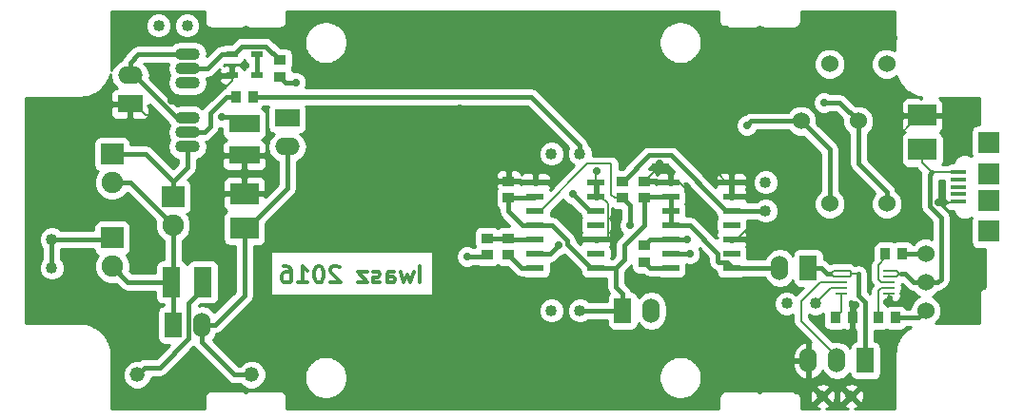
<source format=gbr>
%TF.GenerationSoftware,KiCad,Pcbnew,(2015-12-30 BZR 6409)-product*%
%TF.CreationDate,2016-01-04T10:25:45+01:00*%
%TF.ProjectId,transmitter,7472616E736D69747465722E6B696361,rev?*%
%TF.FileFunction,Copper,L2,Bot,Signal*%
%FSLAX46Y46*%
G04 Gerber Fmt 4.6, Leading zero omitted, Abs format (unit mm)*
G04 Created by KiCad (PCBNEW (2015-12-30 BZR 6409)-product) date pon, 4 sty 2016, 10:25:45*
%MOMM*%
G01*
G04 APERTURE LIST*
%ADD10C,0.100000*%
%ADD11C,0.300000*%
%ADD12R,1.897380X1.897380*%
%ADD13R,1.348740X0.398780*%
%ADD14R,1.346200X0.398780*%
%ADD15R,1.000760X0.899160*%
%ADD16R,2.000000X1.900000*%
%ADD17C,1.900000*%
%ADD18O,2.200000X1.100000*%
%ADD19R,0.899160X1.000760*%
%ADD20R,2.692400X1.600200*%
%ADD21R,1.000000X0.250000*%
%ADD22R,1.524000X2.199640*%
%ADD23O,1.524000X2.199640*%
%ADD24R,2.499360X1.950720*%
%ADD25C,1.524000*%
%ADD26C,1.016000*%
%ADD27R,2.199640X1.524000*%
%ADD28O,2.199640X1.524000*%
%ADD29R,1.600200X2.692400*%
%ADD30C,1.320800*%
%ADD31R,1.500000X0.600000*%
%ADD32R,1.000000X0.600000*%
%ADD33C,0.711200*%
%ADD34C,0.203200*%
%ADD35C,0.406400*%
%ADD36C,0.254000*%
G04 APERTURE END LIST*
D10*
D11*
X88022142Y-109263571D02*
X88022142Y-107763571D01*
X87450713Y-108263571D02*
X87164999Y-109263571D01*
X86879285Y-108549286D01*
X86593570Y-109263571D01*
X86307856Y-108263571D01*
X85093570Y-109263571D02*
X85093570Y-108477857D01*
X85164999Y-108335000D01*
X85307856Y-108263571D01*
X85593570Y-108263571D01*
X85736427Y-108335000D01*
X85093570Y-109192143D02*
X85236427Y-109263571D01*
X85593570Y-109263571D01*
X85736427Y-109192143D01*
X85807856Y-109049286D01*
X85807856Y-108906429D01*
X85736427Y-108763571D01*
X85593570Y-108692143D01*
X85236427Y-108692143D01*
X85093570Y-108620714D01*
X84450713Y-109192143D02*
X84307856Y-109263571D01*
X84022141Y-109263571D01*
X83879284Y-109192143D01*
X83807856Y-109049286D01*
X83807856Y-108977857D01*
X83879284Y-108835000D01*
X84022141Y-108763571D01*
X84236427Y-108763571D01*
X84379284Y-108692143D01*
X84450713Y-108549286D01*
X84450713Y-108477857D01*
X84379284Y-108335000D01*
X84236427Y-108263571D01*
X84022141Y-108263571D01*
X83879284Y-108335000D01*
X83307855Y-108263571D02*
X82522141Y-108263571D01*
X83307855Y-109263571D01*
X82522141Y-109263571D01*
X80879284Y-107906429D02*
X80807855Y-107835000D01*
X80664998Y-107763571D01*
X80307855Y-107763571D01*
X80164998Y-107835000D01*
X80093569Y-107906429D01*
X80022141Y-108049286D01*
X80022141Y-108192143D01*
X80093569Y-108406429D01*
X80950712Y-109263571D01*
X80022141Y-109263571D01*
X79093570Y-107763571D02*
X78950713Y-107763571D01*
X78807856Y-107835000D01*
X78736427Y-107906429D01*
X78664998Y-108049286D01*
X78593570Y-108335000D01*
X78593570Y-108692143D01*
X78664998Y-108977857D01*
X78736427Y-109120714D01*
X78807856Y-109192143D01*
X78950713Y-109263571D01*
X79093570Y-109263571D01*
X79236427Y-109192143D01*
X79307856Y-109120714D01*
X79379284Y-108977857D01*
X79450713Y-108692143D01*
X79450713Y-108335000D01*
X79379284Y-108049286D01*
X79307856Y-107906429D01*
X79236427Y-107835000D01*
X79093570Y-107763571D01*
X77164999Y-109263571D02*
X78022142Y-109263571D01*
X77593570Y-109263571D02*
X77593570Y-107763571D01*
X77736427Y-107977857D01*
X77879285Y-108120714D01*
X78022142Y-108192143D01*
X75879285Y-107763571D02*
X76164999Y-107763571D01*
X76307856Y-107835000D01*
X76379285Y-107906429D01*
X76522142Y-108120714D01*
X76593571Y-108406429D01*
X76593571Y-108977857D01*
X76522142Y-109120714D01*
X76450714Y-109192143D01*
X76307856Y-109263571D01*
X76022142Y-109263571D01*
X75879285Y-109192143D01*
X75807856Y-109120714D01*
X75736428Y-108977857D01*
X75736428Y-108620714D01*
X75807856Y-108477857D01*
X75879285Y-108406429D01*
X76022142Y-108335000D01*
X76307856Y-108335000D01*
X76450714Y-108406429D01*
X76522142Y-108477857D01*
X76593571Y-108620714D01*
D12*
X138616000Y-99544120D03*
X138616000Y-101941880D03*
X138616000Y-104692700D03*
X138616000Y-96793300D03*
D13*
X135941380Y-99442520D03*
D14*
X135941380Y-100095300D03*
X135941380Y-100743000D03*
X135941380Y-101390700D03*
X135941380Y-102043480D03*
D15*
X107950000Y-107431840D03*
X107950000Y-105928160D03*
X106045000Y-101716840D03*
X106045000Y-100213160D03*
X95885000Y-106796840D03*
X95885000Y-105293160D03*
D16*
X60626000Y-105268000D03*
D17*
X60626000Y-107808000D03*
D18*
X67310000Y-97155000D03*
X67310000Y-95885000D03*
X67310000Y-94615000D03*
X67310000Y-88900000D03*
X67310000Y-90170000D03*
X67310000Y-91440000D03*
D19*
X130291840Y-112395000D03*
X128788160Y-112395000D03*
X130926840Y-106680000D03*
X129423160Y-106680000D03*
X124978160Y-112395000D03*
X126481840Y-112395000D03*
D15*
X93980000Y-106796840D03*
X93980000Y-105293160D03*
D19*
X71638160Y-92710000D03*
X73141840Y-92710000D03*
D15*
X75565000Y-90921840D03*
X75565000Y-89418160D03*
D20*
X72390000Y-97917000D03*
X72390000Y-95123000D03*
D21*
X129748100Y-108220000D03*
X129748100Y-108720000D03*
X129748100Y-109220000D03*
X129748100Y-109720000D03*
X129748100Y-110220000D03*
X125521900Y-110220000D03*
X125521900Y-109720000D03*
X125521900Y-109220000D03*
X125521900Y-108720000D03*
X125521900Y-108220000D03*
D22*
X122555000Y-107950000D03*
D23*
X120015000Y-107950000D03*
D16*
X60626000Y-97805000D03*
D17*
X60626000Y-100345000D03*
D15*
X95885000Y-101716840D03*
X95885000Y-100213160D03*
X107950000Y-101716840D03*
X107950000Y-100213160D03*
D24*
X132715000Y-97409000D03*
X132715000Y-94361000D03*
X72390000Y-104394000D03*
X72390000Y-101346000D03*
D25*
X133000000Y-111760000D03*
X133000000Y-109220000D03*
X133000000Y-106680000D03*
D16*
X66040000Y-101600000D03*
D17*
X66040000Y-104140000D03*
D22*
X127635000Y-116205000D03*
D23*
X125095000Y-116205000D03*
X122555000Y-116205000D03*
D26*
X99695000Y-111760000D03*
X102235000Y-111760000D03*
X123825000Y-119380000D03*
X126365000Y-119380000D03*
X118745000Y-100330000D03*
X118745000Y-102870000D03*
X123190000Y-111125000D03*
X120650000Y-111125000D03*
D22*
X106045000Y-111760000D03*
D23*
X108585000Y-111760000D03*
D26*
X99695000Y-97790000D03*
X102235000Y-97790000D03*
D27*
X62230000Y-93345000D03*
D28*
X62230000Y-90805000D03*
D22*
X66040000Y-113030000D03*
D23*
X68580000Y-113030000D03*
D26*
X67310000Y-86360000D03*
X64770000Y-86360000D03*
X55245000Y-105410000D03*
X55245000Y-107950000D03*
D27*
X76200000Y-94615000D03*
D28*
X76200000Y-97155000D03*
D29*
X65913000Y-109220000D03*
X68707000Y-109220000D03*
D30*
X62865000Y-117475000D03*
X73025000Y-117475000D03*
D25*
X129540000Y-89789000D03*
X127000000Y-94869000D03*
X129540000Y-102235000D03*
X124460000Y-89789000D03*
X121920000Y-94869000D03*
X124460000Y-102235000D03*
D31*
X110330000Y-107950000D03*
X110330000Y-106680000D03*
X110330000Y-105410000D03*
X110330000Y-104140000D03*
X110330000Y-102870000D03*
X110330000Y-101600000D03*
X110330000Y-100330000D03*
X115730000Y-100330000D03*
X115730000Y-101600000D03*
X115730000Y-102870000D03*
X115730000Y-104140000D03*
X115730000Y-105410000D03*
X115730000Y-106680000D03*
X115730000Y-107950000D03*
X98265000Y-107950000D03*
X98265000Y-106680000D03*
X98265000Y-105410000D03*
X98265000Y-104140000D03*
X98265000Y-102870000D03*
X98265000Y-101600000D03*
X98265000Y-100330000D03*
X103665000Y-100330000D03*
X103665000Y-101600000D03*
X103665000Y-102870000D03*
X103665000Y-104140000D03*
X103665000Y-105410000D03*
X103665000Y-106680000D03*
X103665000Y-107950000D03*
D32*
X73490000Y-88900000D03*
X71290000Y-88900000D03*
X71290000Y-90805000D03*
X73490000Y-90805000D03*
D33*
X112933822Y-102773822D03*
X121920000Y-101600000D03*
X120396000Y-96520000D03*
X117571178Y-98267178D03*
X63373000Y-115189000D03*
X61341000Y-112395000D03*
X57658000Y-111633000D03*
X54229000Y-111125000D03*
X53213000Y-103251000D03*
X57277000Y-102743000D03*
X56515000Y-100203000D03*
X56769000Y-96774000D03*
X57277000Y-93853000D03*
X64516000Y-97155000D03*
X68453000Y-99314000D03*
X69977000Y-105283000D03*
X73660000Y-111379000D03*
X135890000Y-110871000D03*
X137414000Y-109220000D03*
X136398000Y-107569000D03*
X121539000Y-118872000D03*
X118110000Y-118618000D03*
X114554000Y-116967000D03*
X116078000Y-112522000D03*
X114046000Y-111252000D03*
X112014000Y-113919000D03*
X108331000Y-115824000D03*
X106807000Y-119380000D03*
X104648000Y-115951000D03*
X101727000Y-119507000D03*
X100457000Y-116078000D03*
X97028000Y-118745000D03*
X96266000Y-115570000D03*
X94234000Y-118999000D03*
X94234000Y-111633000D03*
X91059000Y-114173000D03*
X88519000Y-118872000D03*
X88011000Y-115697000D03*
X83185000Y-119507000D03*
X83947000Y-116205000D03*
X76835000Y-112776000D03*
X88138000Y-113157000D03*
X90297000Y-110363000D03*
X89027000Y-106299000D03*
X82550000Y-106045000D03*
X77724000Y-105664000D03*
X92456000Y-102235000D03*
X94234000Y-96901000D03*
X89535000Y-103124000D03*
X90678000Y-96901000D03*
X87376000Y-102362000D03*
X86106000Y-97663000D03*
X84074000Y-103505000D03*
X82550000Y-98044000D03*
X79248000Y-101473000D03*
X81280000Y-96012000D03*
X129159000Y-95631000D03*
X129794000Y-93980000D03*
X128905000Y-92202000D03*
X130175000Y-87503000D03*
X127381000Y-87630000D03*
X124206000Y-87757000D03*
X122047000Y-87630000D03*
X116078000Y-87249000D03*
X113792000Y-86487000D03*
X111760000Y-90678000D03*
X110490000Y-91821000D03*
X108966000Y-88392000D03*
X107442000Y-90805000D03*
X107061000Y-87376000D03*
X104648000Y-90297000D03*
X104521000Y-86741000D03*
X101473000Y-90678000D03*
X100584000Y-86233000D03*
X98806000Y-89662000D03*
X96393000Y-86106000D03*
X93599000Y-88773000D03*
X92075000Y-86360000D03*
X89916000Y-89281000D03*
X87757000Y-86106000D03*
X85598000Y-89281000D03*
X83312000Y-85725000D03*
X97028000Y-98806000D03*
X98044000Y-97155000D03*
X98425000Y-95123000D03*
X96520000Y-93980000D03*
X94107000Y-93853000D03*
X91567000Y-93726000D03*
X89916000Y-93853000D03*
X88011000Y-93980000D03*
X85471000Y-94107000D03*
X81915000Y-93980000D03*
X78867000Y-93980000D03*
X78232000Y-91440000D03*
X79629000Y-91440000D03*
X82042000Y-91313000D03*
X85725000Y-91313000D03*
X88773000Y-91059000D03*
X91694000Y-91313000D03*
X94615000Y-91440000D03*
X97409000Y-91440000D03*
X99822000Y-92202000D03*
X101219000Y-93726000D03*
X103124000Y-95504000D03*
X114554000Y-98171000D03*
X111887000Y-101092000D03*
X117348000Y-101473000D03*
X117475000Y-104013000D03*
X104013000Y-97790000D03*
X104521000Y-96647000D03*
X106934000Y-96647000D03*
X110871000Y-96647000D03*
X109299234Y-98679010D03*
X99695000Y-100457000D03*
X103759000Y-99339410D03*
X69850000Y-100457000D03*
X69977000Y-97917000D03*
X69850000Y-91567000D03*
X65922232Y-93081768D03*
X64516000Y-94361000D03*
X126746000Y-111252000D03*
X129540000Y-110998000D03*
X134112000Y-102108000D03*
X129794000Y-98298000D03*
X123952000Y-93218000D03*
X111760000Y-105410000D03*
X106680000Y-104140000D03*
X92202000Y-106934000D03*
X117094000Y-95250000D03*
X112014000Y-106680000D03*
X100330000Y-105918000D03*
X101600000Y-101346000D03*
X70358000Y-94488000D03*
X76962000Y-91440000D03*
D34*
X111887000Y-101092000D02*
X111887000Y-101727000D01*
X111887000Y-101727000D02*
X112933822Y-102773822D01*
X120396000Y-96520000D02*
X120396000Y-100076000D01*
X120396000Y-100076000D02*
X121920000Y-101600000D01*
X117348000Y-101473000D02*
X117348000Y-98490356D01*
X117348000Y-98490356D02*
X117571178Y-98267178D01*
X61341000Y-112395000D02*
X63373000Y-114427000D01*
X63373000Y-114427000D02*
X63373000Y-115189000D01*
X54229000Y-111125000D02*
X57150000Y-111125000D01*
X57150000Y-111125000D02*
X57658000Y-111633000D01*
X57277000Y-102743000D02*
X53721000Y-102743000D01*
X53721000Y-102743000D02*
X53213000Y-103251000D01*
X56769000Y-96774000D02*
X56769000Y-99949000D01*
X56769000Y-99949000D02*
X56515000Y-100203000D01*
X62230000Y-93345000D02*
X57785000Y-93345000D01*
X57785000Y-93345000D02*
X57277000Y-93853000D01*
X64516000Y-97155000D02*
X64516000Y-94361000D01*
X69850000Y-100457000D02*
X69596000Y-100457000D01*
X69596000Y-100457000D02*
X68453000Y-99314000D01*
X69977000Y-105283000D02*
X69977000Y-100584000D01*
X69977000Y-100584000D02*
X69850000Y-100457000D01*
X76835000Y-112776000D02*
X75057000Y-112776000D01*
X75057000Y-112776000D02*
X73660000Y-111379000D01*
X137414000Y-109220000D02*
X135890000Y-110744000D01*
X135890000Y-110744000D02*
X135890000Y-110871000D01*
X134112000Y-102108000D02*
X136398000Y-104394000D01*
X136398000Y-104394000D02*
X136398000Y-107569000D01*
X122555000Y-116205000D02*
X122555000Y-117856000D01*
X122555000Y-117856000D02*
X121539000Y-118872000D01*
X121539000Y-118872000D02*
X123317001Y-118872001D01*
X123317001Y-118872001D02*
X123825000Y-119380000D01*
X114554000Y-116967000D02*
X116459000Y-116967000D01*
X116459000Y-116967000D02*
X118110000Y-118618000D01*
X114046000Y-111252000D02*
X114808000Y-111252000D01*
X114808000Y-111252000D02*
X116078000Y-112522000D01*
X108331000Y-115824000D02*
X110109000Y-115824000D01*
X110109000Y-115824000D02*
X112014000Y-113919000D01*
X104648000Y-115951000D02*
X104648000Y-117221000D01*
X104648000Y-117221000D02*
X106807000Y-119380000D01*
X100457000Y-116078000D02*
X100457000Y-118237000D01*
X100457000Y-118237000D02*
X101727000Y-119507000D01*
X96266000Y-115570000D02*
X97028000Y-116332000D01*
X97028000Y-116332000D02*
X97028000Y-118745000D01*
X94234000Y-111633000D02*
X94234000Y-118999000D01*
X88519000Y-118872000D02*
X91059000Y-116332000D01*
X91059000Y-116332000D02*
X91059000Y-114173000D01*
X83185000Y-119507000D02*
X84201000Y-119507000D01*
X84201000Y-119507000D02*
X88011000Y-115697000D01*
X76835000Y-112776000D02*
X80518000Y-112776000D01*
X80518000Y-112776000D02*
X83947000Y-116205000D01*
X90297000Y-110363000D02*
X90297000Y-110998000D01*
X90297000Y-110998000D02*
X88138000Y-113157000D01*
X82550000Y-106045000D02*
X88773000Y-106045000D01*
X88773000Y-106045000D02*
X89027000Y-106299000D01*
X92456000Y-102235000D02*
X81153000Y-102235000D01*
X81153000Y-102235000D02*
X77724000Y-105664000D01*
X89535000Y-103124000D02*
X89535000Y-101600000D01*
X89535000Y-101600000D02*
X94234000Y-96901000D01*
X87376000Y-102362000D02*
X87376000Y-100203000D01*
X87376000Y-100203000D02*
X90678000Y-96901000D01*
X85852000Y-101727000D02*
X85852000Y-97917000D01*
X85852000Y-97917000D02*
X86106000Y-97663000D01*
X84074000Y-103505000D02*
X85852000Y-101727000D01*
X79248000Y-101473000D02*
X82550000Y-98171000D01*
X82550000Y-98171000D02*
X82550000Y-98044000D01*
X81915000Y-93980000D02*
X81915000Y-95377000D01*
X81915000Y-95377000D02*
X81280000Y-96012000D01*
X129159000Y-95631000D02*
X129794000Y-96266000D01*
X129794000Y-96266000D02*
X129794000Y-97007680D01*
X128905000Y-92202000D02*
X128905000Y-93091000D01*
X128905000Y-93091000D02*
X129794000Y-93980000D01*
X127381000Y-87630000D02*
X130048000Y-87630000D01*
X130048000Y-87630000D02*
X130175000Y-87503000D01*
X122047000Y-87630000D02*
X124079000Y-87630000D01*
X124079000Y-87630000D02*
X124206000Y-87757000D01*
X113792000Y-86487000D02*
X115316000Y-86487000D01*
X115316000Y-86487000D02*
X116078000Y-87249000D01*
X110490000Y-91821000D02*
X110617000Y-91821000D01*
X110617000Y-91821000D02*
X111760000Y-90678000D01*
X107442000Y-90805000D02*
X107442000Y-89916000D01*
X107442000Y-89916000D02*
X108966000Y-88392000D01*
X104648000Y-90297000D02*
X104648000Y-89789000D01*
X104648000Y-89789000D02*
X107061000Y-87376000D01*
X101473000Y-90678000D02*
X101473000Y-89789000D01*
X101473000Y-89789000D02*
X104521000Y-86741000D01*
X98806000Y-89662000D02*
X100584000Y-87884000D01*
X100584000Y-87884000D02*
X100584000Y-86233000D01*
X93599000Y-88773000D02*
X96266000Y-86106000D01*
X96266000Y-86106000D02*
X96393000Y-86106000D01*
X89916000Y-89281000D02*
X89916000Y-88519000D01*
X89916000Y-88519000D02*
X92075000Y-86360000D01*
X85598000Y-89281000D02*
X85598000Y-88265000D01*
X85598000Y-88265000D02*
X87757000Y-86106000D01*
X82042000Y-91313000D02*
X82042000Y-86995000D01*
X82042000Y-86995000D02*
X83312000Y-85725000D01*
X97028000Y-98806000D02*
X96525106Y-98806000D01*
X95885000Y-99446106D02*
X95885000Y-99560380D01*
X96525106Y-98806000D02*
X95885000Y-99446106D01*
X95885000Y-99560380D02*
X95885000Y-100213160D01*
X98425000Y-95123000D02*
X98425000Y-96774000D01*
X98425000Y-96774000D02*
X98044000Y-97155000D01*
X94107000Y-93853000D02*
X96393000Y-93853000D01*
X96393000Y-93853000D02*
X96520000Y-93980000D01*
X89916000Y-93853000D02*
X91440000Y-93853000D01*
X91440000Y-93853000D02*
X91567000Y-93726000D01*
X85471000Y-94107000D02*
X87884000Y-94107000D01*
X87884000Y-94107000D02*
X88011000Y-93980000D01*
X78867000Y-93980000D02*
X81915000Y-93980000D01*
X79629000Y-91440000D02*
X78232000Y-91440000D01*
X85725000Y-91313000D02*
X82042000Y-91313000D01*
X91694000Y-91313000D02*
X89027000Y-91313000D01*
X89027000Y-91313000D02*
X88773000Y-91059000D01*
X97409000Y-91440000D02*
X94615000Y-91440000D01*
X101219000Y-93726000D02*
X99822000Y-92329000D01*
X99822000Y-92329000D02*
X99822000Y-92202000D01*
X104521000Y-96647000D02*
X104267000Y-96647000D01*
X104267000Y-96647000D02*
X103124000Y-95504000D01*
X103665000Y-105410000D02*
X104432606Y-105410000D01*
X104432606Y-105410000D02*
X104719801Y-105122805D01*
X104719801Y-105122805D02*
X104719801Y-102204801D01*
X104719801Y-102204801D02*
X104115000Y-101600000D01*
X104115000Y-101600000D02*
X103665000Y-101600000D01*
X114554000Y-98171000D02*
X114554000Y-99604000D01*
X114554000Y-99604000D02*
X115280000Y-100330000D01*
X115280000Y-100330000D02*
X115730000Y-100330000D01*
X110330000Y-100330000D02*
X111125000Y-100330000D01*
X111125000Y-100330000D02*
X111887000Y-101092000D01*
X117348000Y-101473000D02*
X115857000Y-101473000D01*
X115857000Y-101473000D02*
X115730000Y-101600000D01*
X115730000Y-105410000D02*
X116180000Y-105410000D01*
X116180000Y-105410000D02*
X117475000Y-104115000D01*
X117475000Y-104115000D02*
X117475000Y-104013000D01*
X115730000Y-101600000D02*
X115730000Y-100330000D01*
X107950000Y-100213160D02*
X110213160Y-100213160D01*
X110213160Y-100213160D02*
X110330000Y-100330000D01*
X104521000Y-96647000D02*
X104521000Y-97282000D01*
X104521000Y-97282000D02*
X104013000Y-97790000D01*
X110871000Y-96647000D02*
X106934000Y-96647000D01*
X107950000Y-100213160D02*
X108000800Y-100213160D01*
X108000800Y-100213160D02*
X109299234Y-98914726D01*
X109299234Y-98914726D02*
X109299234Y-98679010D01*
X98265000Y-100330000D02*
X96001840Y-100330000D01*
X96001840Y-100330000D02*
X95885000Y-100213160D01*
X99695000Y-100457000D02*
X98392000Y-100457000D01*
X98392000Y-100457000D02*
X98265000Y-100330000D01*
X103665000Y-100330000D02*
X103665000Y-99433410D01*
X103665000Y-99433410D02*
X103759000Y-99339410D01*
X103665000Y-101600000D02*
X103665000Y-100330000D01*
X72390000Y-101346000D02*
X70739000Y-101346000D01*
X70739000Y-101346000D02*
X69850000Y-100457000D01*
X69977000Y-97917000D02*
X72390000Y-97917000D01*
X71290000Y-90805000D02*
X70612000Y-90805000D01*
X70612000Y-90805000D02*
X69850000Y-91567000D01*
X65922232Y-93081768D02*
X69516432Y-93081768D01*
X69516432Y-93081768D02*
X71290000Y-91308200D01*
X71290000Y-91308200D02*
X71290000Y-90805000D01*
X62230000Y-93345000D02*
X62567820Y-93345000D01*
X62567820Y-93345000D02*
X63583820Y-94361000D01*
X63583820Y-94361000D02*
X64516000Y-94361000D01*
X126746000Y-111252000D02*
X126746000Y-112130840D01*
X126746000Y-112130840D02*
X126481840Y-112395000D01*
X129748100Y-110220000D02*
X129748100Y-110789900D01*
X129748100Y-110789900D02*
X129540000Y-110998000D01*
X134112000Y-102108000D02*
X135876860Y-102108000D01*
X135876860Y-102108000D02*
X135941380Y-102043480D01*
X132715000Y-94361000D02*
X132440680Y-94361000D01*
X132440680Y-94361000D02*
X129794000Y-97007680D01*
X129794000Y-97007680D02*
X129794000Y-98298000D01*
X122555000Y-115867180D02*
X122555000Y-116205000D01*
D35*
X133000000Y-109220000D02*
X134077630Y-109220000D01*
X133349999Y-99662481D02*
X133569960Y-99442520D01*
X134077630Y-109220000D02*
X134366000Y-108931630D01*
X134366000Y-108931630D02*
X134366000Y-103489762D01*
X134366000Y-103489762D02*
X133349999Y-102473761D01*
X133349999Y-102473761D02*
X133349999Y-99662481D01*
D34*
X129748100Y-108720000D02*
X130451300Y-108720000D01*
X130451300Y-108720000D02*
X130689300Y-108482000D01*
X130689300Y-108482000D02*
X130689300Y-108458000D01*
X129748100Y-108220000D02*
X130451300Y-108220000D01*
X130451300Y-108220000D02*
X130689300Y-108458000D01*
X130689300Y-108458000D02*
X130810000Y-108458000D01*
D35*
X131160370Y-108458000D02*
X130810000Y-108458000D01*
X133000000Y-109220000D02*
X131922370Y-109220000D01*
X131922370Y-109220000D02*
X131160370Y-108458000D01*
D34*
X135941380Y-99442520D02*
X133569960Y-99442520D01*
X133569960Y-99442520D02*
X132715000Y-98587560D01*
X132715000Y-98587560D02*
X132715000Y-97409000D01*
D35*
X110330000Y-107950000D02*
X108468160Y-107950000D01*
X108468160Y-107950000D02*
X107950000Y-107431840D01*
X123952000Y-93218000D02*
X125349000Y-93218000D01*
X125349000Y-93218000D02*
X127000000Y-94869000D01*
X110330000Y-105410000D02*
X111760000Y-105410000D01*
X110330000Y-105410000D02*
X108468160Y-105410000D01*
X108468160Y-105410000D02*
X107950000Y-105928160D01*
X129540000Y-102235000D02*
X129540000Y-101157370D01*
X129540000Y-101157370D02*
X127000000Y-98617370D01*
X127000000Y-98617370D02*
X127000000Y-95946630D01*
X127000000Y-95946630D02*
X127000000Y-94869000D01*
D34*
X106045000Y-101716840D02*
X105341420Y-101716840D01*
X105341420Y-101716840D02*
X105029000Y-101404420D01*
X105029000Y-101404420D02*
X105029000Y-98679000D01*
X105029000Y-98679000D02*
X102906000Y-98679000D01*
X102906000Y-98679000D02*
X98715000Y-102870000D01*
X98715000Y-102870000D02*
X98265000Y-102870000D01*
D35*
X106680000Y-104140000D02*
X106680000Y-102351840D01*
X106680000Y-102351840D02*
X106045000Y-101716840D01*
X106045000Y-101716840D02*
X105994200Y-101716840D01*
X98298000Y-102870000D02*
X98265000Y-102870000D01*
X115730000Y-102870000D02*
X115280000Y-102870000D01*
X115280000Y-102870000D02*
X110327000Y-97917000D01*
X106095800Y-100213160D02*
X106045000Y-100213160D01*
X110327000Y-97917000D02*
X108391960Y-97917000D01*
X108391960Y-97917000D02*
X106095800Y-100213160D01*
X115730000Y-102870000D02*
X118745000Y-102870000D01*
X98265000Y-107950000D02*
X97038160Y-107950000D01*
X97038160Y-107950000D02*
X95885000Y-106796840D01*
X98265000Y-105410000D02*
X96001840Y-105410000D01*
X96001840Y-105410000D02*
X95885000Y-105293160D01*
X93980000Y-105293160D02*
X95885000Y-105293160D01*
X130926840Y-106680000D02*
X133000000Y-106680000D01*
X55245000Y-107950000D02*
X55245000Y-105410000D01*
X55245000Y-105410000D02*
X60484000Y-105410000D01*
X60484000Y-105410000D02*
X60626000Y-105268000D01*
X67310000Y-97155000D02*
X67310000Y-98973600D01*
X67310000Y-98973600D02*
X66040000Y-100243600D01*
X60626000Y-97805000D02*
X63601400Y-97805000D01*
X63601400Y-97805000D02*
X66040000Y-100243600D01*
X66040000Y-100243600D02*
X66040000Y-101600000D01*
X95885000Y-101716840D02*
X98148160Y-101716840D01*
X98148160Y-101716840D02*
X98265000Y-101600000D01*
X98265000Y-104140000D02*
X97108600Y-104140000D01*
X95885000Y-102916400D02*
X95885000Y-102572820D01*
X97108600Y-104140000D02*
X95885000Y-102916400D01*
X95885000Y-102572820D02*
X95885000Y-101716840D01*
X103665000Y-107950000D02*
X103215000Y-107950000D01*
X103215000Y-107950000D02*
X101142801Y-105877801D01*
X101142801Y-105877801D02*
X101142801Y-105527855D01*
X101142801Y-105527855D02*
X99754946Y-104140000D01*
X99754946Y-104140000D02*
X99421400Y-104140000D01*
X99421400Y-104140000D02*
X98265000Y-104140000D01*
X106045000Y-111760000D02*
X106045000Y-110253780D01*
X106045000Y-110253780D02*
X105410000Y-109618780D01*
X105410000Y-109618780D02*
X105410000Y-107950000D01*
X106045000Y-111760000D02*
X102235000Y-111760000D01*
X115730000Y-107950000D02*
X115730000Y-107856000D01*
X115730000Y-107856000D02*
X115311201Y-107437201D01*
X115311201Y-107437201D02*
X114614239Y-107437201D01*
X114614239Y-107437201D02*
X114522799Y-107345761D01*
X114522799Y-107345761D02*
X114522799Y-106648799D01*
X114522799Y-106648799D02*
X112014000Y-104140000D01*
X112014000Y-104140000D02*
X110330000Y-104140000D01*
X103665000Y-107950000D02*
X105410000Y-107950000D01*
X105410000Y-107950000D02*
X106172000Y-107188000D01*
X106172000Y-107188000D02*
X106172000Y-105933238D01*
X106172000Y-105933238D02*
X107950000Y-104155238D01*
X107950000Y-104155238D02*
X107950000Y-104115000D01*
X107950000Y-104115000D02*
X107950000Y-101716840D01*
X110330000Y-101600000D02*
X108066840Y-101600000D01*
X108066840Y-101600000D02*
X107950000Y-101716840D01*
X110330000Y-102870000D02*
X110330000Y-101600000D01*
X110330000Y-104140000D02*
X110330000Y-102870000D01*
X120015000Y-107950000D02*
X115730000Y-107950000D01*
X73490000Y-88900000D02*
X73490000Y-90805000D01*
X71290000Y-88900000D02*
X70383600Y-88900000D01*
X70383600Y-88900000D02*
X69113600Y-90170000D01*
X69113600Y-90170000D02*
X68816400Y-90170000D01*
X68816400Y-90170000D02*
X67310000Y-90170000D01*
X75565000Y-89418160D02*
X75514200Y-89418160D01*
X75514200Y-89418160D02*
X74289639Y-88193599D01*
X74289639Y-88193599D02*
X72196400Y-88193600D01*
X72196400Y-88193600D02*
X71490000Y-88900000D01*
X71490000Y-88900000D02*
X71290000Y-88900000D01*
D34*
X125521900Y-108720000D02*
X126225100Y-108720000D01*
X126225100Y-108720000D02*
X126463100Y-108482000D01*
X126463100Y-108482000D02*
X126463100Y-108458000D01*
X125521900Y-108220000D02*
X126225100Y-108220000D01*
X126225100Y-108220000D02*
X126463100Y-108458000D01*
X126463100Y-108458000D02*
X127000000Y-108458000D01*
D35*
X127000000Y-110378238D02*
X127000000Y-108458000D01*
X127635000Y-116205000D02*
X127635000Y-111013238D01*
X127635000Y-111013238D02*
X127000000Y-110378238D01*
D34*
X125521900Y-108720000D02*
X124818700Y-108720000D01*
X124818700Y-108720000D02*
X124556700Y-108458000D01*
X124556700Y-108458000D02*
X124460000Y-108458000D01*
X125521900Y-108220000D02*
X124818700Y-108220000D01*
X124818700Y-108220000D02*
X124580700Y-108458000D01*
X124580700Y-108458000D02*
X124460000Y-108458000D01*
D35*
X124231400Y-108458000D02*
X124460000Y-108458000D01*
X122555000Y-107950000D02*
X123723400Y-107950000D01*
X123723400Y-107950000D02*
X124231400Y-108458000D01*
X71638160Y-92710000D02*
X70782180Y-92710000D01*
X70782180Y-92710000D02*
X69342000Y-94150180D01*
X69342000Y-94150180D02*
X69342000Y-95359400D01*
X69342000Y-95359400D02*
X68816400Y-95885000D01*
X68816400Y-95885000D02*
X67310000Y-95885000D01*
X62865000Y-117475000D02*
X63525399Y-116814601D01*
X63525399Y-116814601D02*
X64848741Y-116814601D01*
X64848741Y-116814601D02*
X67411590Y-114251752D01*
X67411590Y-114251752D02*
X67411590Y-111061510D01*
X67411590Y-111061510D02*
X68707000Y-109766100D01*
X68707000Y-109766100D02*
X68707000Y-109220000D01*
D34*
X128788160Y-112395000D02*
X128788160Y-109976740D01*
X128788160Y-109976740D02*
X129044900Y-109720000D01*
X129044900Y-109720000D02*
X129748100Y-109720000D01*
X129423160Y-106680000D02*
X129423160Y-107050840D01*
X129423160Y-107050840D02*
X128778000Y-107696000D01*
X129044900Y-109220000D02*
X129748100Y-109220000D01*
X128778000Y-107696000D02*
X128778000Y-108966000D01*
X128778000Y-108966000D02*
X129032000Y-109220000D01*
X129032000Y-109220000D02*
X129044900Y-109220000D01*
X125521900Y-110220000D02*
X125521900Y-111851260D01*
X125521900Y-111851260D02*
X124978160Y-112395000D01*
D35*
X92202000Y-106934000D02*
X93842840Y-106934000D01*
X93842840Y-106934000D02*
X93980000Y-106796840D01*
X121920000Y-94869000D02*
X117475000Y-94869000D01*
X117475000Y-94869000D02*
X117094000Y-95250000D01*
X124460000Y-102235000D02*
X124460000Y-97409000D01*
X124460000Y-97409000D02*
X121920000Y-94869000D01*
X112014000Y-106680000D02*
X110330000Y-106680000D01*
X100330000Y-105918000D02*
X99568000Y-106680000D01*
X99568000Y-106680000D02*
X98265000Y-106680000D01*
X76200000Y-97155000D02*
X76200000Y-100858320D01*
X76200000Y-100858320D02*
X72664320Y-104394000D01*
X72664320Y-104394000D02*
X72390000Y-104394000D01*
X68580000Y-113030000D02*
X69748400Y-113030000D01*
X69748400Y-113030000D02*
X72390000Y-110388400D01*
X72390000Y-110388400D02*
X72390000Y-105775760D01*
X72390000Y-105775760D02*
X72390000Y-104394000D01*
X68580000Y-113030000D02*
X68580000Y-114536220D01*
X68580000Y-114536220D02*
X71518780Y-117475000D01*
X71518780Y-117475000D02*
X72091054Y-117475000D01*
X72091054Y-117475000D02*
X73025000Y-117475000D01*
X130291840Y-112395000D02*
X132365000Y-112395000D01*
X132365000Y-112395000D02*
X133000000Y-111760000D01*
X66040000Y-113030000D02*
X66040000Y-109347000D01*
X66040000Y-109347000D02*
X65913000Y-109220000D01*
X66040000Y-104140000D02*
X66040000Y-109093000D01*
X66040000Y-109093000D02*
X65913000Y-109220000D01*
X60626000Y-107808000D02*
X62038000Y-109220000D01*
X62038000Y-109220000D02*
X65913000Y-109220000D01*
X60626000Y-100345000D02*
X62245000Y-100345000D01*
X62245000Y-100345000D02*
X66040000Y-104140000D01*
D34*
X123190000Y-111125000D02*
X124595000Y-109720000D01*
X124595000Y-109720000D02*
X125521900Y-109720000D01*
D35*
X102235000Y-97790000D02*
X102235000Y-97071580D01*
X97873420Y-92710000D02*
X73997820Y-92710000D01*
X102235000Y-97071580D02*
X97873420Y-92710000D01*
X73997820Y-92710000D02*
X73141840Y-92710000D01*
X103665000Y-102870000D02*
X103124000Y-102870000D01*
X103124000Y-102870000D02*
X101600000Y-101346000D01*
X67310000Y-94615000D02*
X66377820Y-94615000D01*
X66377820Y-94615000D02*
X62567820Y-90805000D01*
X62567820Y-90805000D02*
X62230000Y-90805000D01*
X67310000Y-88900000D02*
X62966600Y-88900000D01*
X62966600Y-88900000D02*
X62230000Y-89636600D01*
X62230000Y-89636600D02*
X62230000Y-90805000D01*
X70358000Y-94488000D02*
X71755000Y-94488000D01*
X71755000Y-94488000D02*
X72390000Y-95123000D01*
X76962000Y-91440000D02*
X76083160Y-91440000D01*
X76083160Y-91440000D02*
X75565000Y-90921840D01*
D34*
X121920000Y-110921801D02*
X121920000Y-112692180D01*
X125095000Y-115867180D02*
X125095000Y-116205000D01*
X121920000Y-112692180D02*
X125095000Y-115867180D01*
X125521900Y-109220000D02*
X123621801Y-109220000D01*
X123621801Y-109220000D02*
X121920000Y-110921801D01*
D36*
G36*
X60461193Y-90805000D02*
X60567533Y-91339609D01*
X60870365Y-91792828D01*
X61102596Y-91948000D01*
X61003870Y-91948000D01*
X60770481Y-92044673D01*
X60591853Y-92223302D01*
X60495180Y-92456691D01*
X60495180Y-93059250D01*
X60653930Y-93218000D01*
X62103000Y-93218000D01*
X62103000Y-93198000D01*
X62357000Y-93198000D01*
X62357000Y-93218000D01*
X62377000Y-93218000D01*
X62377000Y-93472000D01*
X62357000Y-93472000D01*
X62357000Y-94583250D01*
X62515750Y-94742000D01*
X63456130Y-94742000D01*
X63689519Y-94645327D01*
X63868147Y-94466698D01*
X63964820Y-94233309D01*
X63964820Y-93630750D01*
X63806072Y-93472002D01*
X63964820Y-93472002D01*
X63964820Y-93387394D01*
X65627563Y-95050137D01*
X65631212Y-95068480D01*
X65752499Y-95250000D01*
X65631212Y-95431520D01*
X65541009Y-95885000D01*
X65631212Y-96338480D01*
X65752499Y-96520000D01*
X65631212Y-96701520D01*
X65541009Y-97155000D01*
X65631212Y-97608480D01*
X65888087Y-97992922D01*
X66272529Y-98249797D01*
X66471800Y-98289435D01*
X66471800Y-98626406D01*
X66040000Y-99058206D01*
X64194097Y-97212303D01*
X63922166Y-97030604D01*
X63601400Y-96966800D01*
X62273440Y-96966800D01*
X62273440Y-96855000D01*
X62229162Y-96619683D01*
X62090090Y-96403559D01*
X61877890Y-96258569D01*
X61626000Y-96207560D01*
X59626000Y-96207560D01*
X59390683Y-96251838D01*
X59174559Y-96390910D01*
X59029569Y-96603110D01*
X58978560Y-96855000D01*
X58978560Y-98755000D01*
X59022838Y-98990317D01*
X59161910Y-99206441D01*
X59374110Y-99351431D01*
X59377192Y-99352055D01*
X59283086Y-99445997D01*
X59041276Y-100028341D01*
X59040725Y-100658893D01*
X59281519Y-101241657D01*
X59726997Y-101687914D01*
X60309341Y-101929724D01*
X60939893Y-101930275D01*
X61522657Y-101689481D01*
X61963757Y-101249151D01*
X64479532Y-103764926D01*
X64455276Y-103823341D01*
X64454725Y-104453893D01*
X64695519Y-105036657D01*
X65140997Y-105482914D01*
X65201800Y-105508162D01*
X65201800Y-107226360D01*
X65112900Y-107226360D01*
X64877583Y-107270638D01*
X64661459Y-107409710D01*
X64516469Y-107621910D01*
X64465460Y-107873800D01*
X64465460Y-108381800D01*
X62385194Y-108381800D01*
X62186468Y-108183074D01*
X62210724Y-108124659D01*
X62211275Y-107494107D01*
X61970481Y-106911343D01*
X61872971Y-106813663D01*
X62077441Y-106682090D01*
X62222431Y-106469890D01*
X62273440Y-106218000D01*
X62273440Y-104318000D01*
X62229162Y-104082683D01*
X62090090Y-103866559D01*
X61877890Y-103721569D01*
X61626000Y-103670560D01*
X59626000Y-103670560D01*
X59390683Y-103714838D01*
X59174559Y-103853910D01*
X59029569Y-104066110D01*
X58978560Y-104318000D01*
X58978560Y-104571800D01*
X56023299Y-104571800D01*
X55893303Y-104441577D01*
X55473354Y-104267199D01*
X55018641Y-104266802D01*
X54598388Y-104440446D01*
X54276577Y-104761697D01*
X54102199Y-105181646D01*
X54101802Y-105636359D01*
X54275446Y-106056612D01*
X54406800Y-106188195D01*
X54406800Y-107171701D01*
X54276577Y-107301697D01*
X54102199Y-107721646D01*
X54101802Y-108176359D01*
X54275446Y-108596612D01*
X54596697Y-108918423D01*
X55016646Y-109092801D01*
X55471359Y-109093198D01*
X55891612Y-108919554D01*
X56213423Y-108598303D01*
X56387801Y-108178354D01*
X56388198Y-107723641D01*
X56214554Y-107303388D01*
X56083200Y-107171805D01*
X56083200Y-106248200D01*
X58984243Y-106248200D01*
X59022838Y-106453317D01*
X59161910Y-106669441D01*
X59374110Y-106814431D01*
X59377192Y-106815055D01*
X59283086Y-106908997D01*
X59041276Y-107491341D01*
X59040725Y-108121893D01*
X59281519Y-108704657D01*
X59726997Y-109150914D01*
X60309341Y-109392724D01*
X60939893Y-109393275D01*
X61000740Y-109368134D01*
X61445303Y-109812697D01*
X61717235Y-109994396D01*
X62038000Y-110058200D01*
X64465460Y-110058200D01*
X64465460Y-110566200D01*
X64509738Y-110801517D01*
X64648810Y-111017641D01*
X64861010Y-111162631D01*
X65112900Y-111213640D01*
X65201800Y-111213640D01*
X65201800Y-111297078D01*
X65042683Y-111327018D01*
X64826559Y-111466090D01*
X64681569Y-111678290D01*
X64630560Y-111930180D01*
X64630560Y-114129820D01*
X64674838Y-114365137D01*
X64813910Y-114581261D01*
X65026110Y-114726251D01*
X65278000Y-114777260D01*
X65700688Y-114777260D01*
X64501547Y-115976401D01*
X63525399Y-115976401D01*
X63204633Y-116040205D01*
X62995843Y-116179714D01*
X62608460Y-116179376D01*
X62132174Y-116376173D01*
X61767454Y-116740257D01*
X61569826Y-117216199D01*
X61569376Y-117731540D01*
X61766173Y-118207826D01*
X62130257Y-118572546D01*
X62606199Y-118770174D01*
X63121540Y-118770624D01*
X63597826Y-118573827D01*
X63962546Y-118209743D01*
X64160174Y-117733801D01*
X64160245Y-117652801D01*
X64848741Y-117652801D01*
X65169507Y-117588997D01*
X65441438Y-117407298D01*
X67880164Y-114968572D01*
X67987303Y-115128917D01*
X70926083Y-118067697D01*
X71198015Y-118249396D01*
X71518780Y-118313200D01*
X72031363Y-118313200D01*
X72290257Y-118572546D01*
X72766199Y-118770174D01*
X73281540Y-118770624D01*
X73757826Y-118573827D01*
X74122546Y-118209743D01*
X74320174Y-117733801D01*
X74320237Y-117660980D01*
X77726602Y-117660980D01*
X77733210Y-117729698D01*
X77726602Y-117798416D01*
X77751692Y-118047258D01*
X77771838Y-118113120D01*
X77779032Y-118181621D01*
X77850979Y-118413389D01*
X77883158Y-118472665D01*
X77903150Y-118537081D01*
X78016990Y-118746816D01*
X78059302Y-118797704D01*
X78090652Y-118855988D01*
X78241423Y-119038724D01*
X78292309Y-119080262D01*
X78333848Y-119131149D01*
X78516584Y-119281920D01*
X78574870Y-119313271D01*
X78625757Y-119355582D01*
X78835491Y-119469423D01*
X78899908Y-119489415D01*
X78959182Y-119521593D01*
X79190951Y-119593540D01*
X79259453Y-119600734D01*
X79325315Y-119620880D01*
X79574156Y-119645970D01*
X79642874Y-119639362D01*
X79711592Y-119645970D01*
X79960434Y-119620880D01*
X80026296Y-119600734D01*
X80094797Y-119593540D01*
X80326565Y-119521593D01*
X80385841Y-119489414D01*
X80450257Y-119469422D01*
X80659992Y-119355582D01*
X80710880Y-119313270D01*
X80769164Y-119281920D01*
X80951900Y-119131149D01*
X80993438Y-119080263D01*
X81044325Y-119038724D01*
X81195096Y-118855988D01*
X81226447Y-118797702D01*
X81268758Y-118746815D01*
X81382599Y-118537081D01*
X81402591Y-118472664D01*
X81434769Y-118413390D01*
X81506716Y-118181621D01*
X81513910Y-118113119D01*
X81534056Y-118047257D01*
X81559146Y-117798416D01*
X81552538Y-117729698D01*
X81559146Y-117660980D01*
X109249822Y-117660980D01*
X109256430Y-117729698D01*
X109249822Y-117798416D01*
X109274912Y-118047258D01*
X109295058Y-118113120D01*
X109302252Y-118181621D01*
X109374199Y-118413389D01*
X109406378Y-118472665D01*
X109426370Y-118537081D01*
X109540210Y-118746816D01*
X109582522Y-118797704D01*
X109613872Y-118855988D01*
X109764643Y-119038724D01*
X109815529Y-119080262D01*
X109857069Y-119131150D01*
X110039807Y-119281922D01*
X110098089Y-119313270D01*
X110148976Y-119355582D01*
X110358710Y-119469422D01*
X110423126Y-119489414D01*
X110482402Y-119521593D01*
X110714171Y-119593540D01*
X110782673Y-119600734D01*
X110848535Y-119620880D01*
X111097376Y-119645970D01*
X111166094Y-119639362D01*
X111234812Y-119645970D01*
X111483654Y-119620880D01*
X111549517Y-119600734D01*
X111618016Y-119593540D01*
X111849786Y-119521593D01*
X111909062Y-119489415D01*
X111973480Y-119469422D01*
X112183213Y-119355582D01*
X112234102Y-119313269D01*
X112292384Y-119281920D01*
X112475120Y-119131149D01*
X112516656Y-119080265D01*
X112567544Y-119038726D01*
X112718315Y-118855990D01*
X112749666Y-118797704D01*
X112791979Y-118746815D01*
X112880308Y-118584081D01*
X123208686Y-118584081D01*
X123825000Y-119200395D01*
X124441314Y-118584081D01*
X125748686Y-118584081D01*
X126365000Y-119200395D01*
X126981314Y-118584081D01*
X126943176Y-118368144D01*
X126511945Y-118223909D01*
X126058343Y-118255678D01*
X125786824Y-118368144D01*
X125748686Y-118584081D01*
X124441314Y-118584081D01*
X124403176Y-118368144D01*
X123971945Y-118223909D01*
X123518343Y-118255678D01*
X123246824Y-118368144D01*
X123208686Y-118584081D01*
X112880308Y-118584081D01*
X112905820Y-118537081D01*
X112925812Y-118472664D01*
X112957990Y-118413390D01*
X113029937Y-118181621D01*
X113037131Y-118113121D01*
X113057278Y-118047255D01*
X113082367Y-117798413D01*
X113075759Y-117729698D01*
X113082367Y-117660983D01*
X113057278Y-117412141D01*
X113037131Y-117346275D01*
X113029937Y-117277775D01*
X112957990Y-117046006D01*
X112925812Y-116986732D01*
X112905820Y-116922315D01*
X112791979Y-116712581D01*
X112749666Y-116661692D01*
X112718315Y-116603406D01*
X112567544Y-116420670D01*
X112516657Y-116379131D01*
X112478184Y-116332000D01*
X121158000Y-116332000D01*
X121158000Y-116669820D01*
X121312941Y-117194761D01*
X121656974Y-117620450D01*
X122137723Y-117882080D01*
X122211930Y-117897040D01*
X122428000Y-117774540D01*
X122428000Y-116332000D01*
X121158000Y-116332000D01*
X112478184Y-116332000D01*
X112475121Y-116328248D01*
X112292386Y-116177476D01*
X112234102Y-116146126D01*
X112183213Y-116103813D01*
X111973480Y-115989973D01*
X111909061Y-115969980D01*
X111849783Y-115937801D01*
X111618013Y-115865855D01*
X111549515Y-115858661D01*
X111483654Y-115838516D01*
X111234812Y-115813426D01*
X111166094Y-115820034D01*
X111097376Y-115813426D01*
X110848535Y-115838516D01*
X110782675Y-115858661D01*
X110714174Y-115865855D01*
X110482405Y-115937801D01*
X110423127Y-115969980D01*
X110358710Y-115989973D01*
X110148976Y-116103813D01*
X110098087Y-116146126D01*
X110039805Y-116177475D01*
X109857068Y-116328247D01*
X109815530Y-116379134D01*
X109764643Y-116420672D01*
X109613872Y-116603408D01*
X109582522Y-116661692D01*
X109540210Y-116712580D01*
X109426370Y-116922315D01*
X109406378Y-116986731D01*
X109374199Y-117046007D01*
X109302252Y-117277775D01*
X109295058Y-117346276D01*
X109274912Y-117412138D01*
X109249822Y-117660980D01*
X81559146Y-117660980D01*
X81534056Y-117412139D01*
X81513910Y-117346277D01*
X81506716Y-117277775D01*
X81434769Y-117046006D01*
X81402591Y-116986732D01*
X81382599Y-116922315D01*
X81268758Y-116712581D01*
X81226447Y-116661694D01*
X81195096Y-116603408D01*
X81044325Y-116420672D01*
X80993439Y-116379133D01*
X80951901Y-116328248D01*
X80769166Y-116177476D01*
X80710880Y-116146125D01*
X80659992Y-116103813D01*
X80450257Y-115989973D01*
X80385842Y-115969981D01*
X80326563Y-115937801D01*
X80094794Y-115865855D01*
X80026294Y-115858661D01*
X79960434Y-115838516D01*
X79711592Y-115813426D01*
X79642874Y-115820034D01*
X79574156Y-115813426D01*
X79325315Y-115838516D01*
X79259455Y-115858661D01*
X79190954Y-115865855D01*
X78959185Y-115937801D01*
X78899909Y-115969979D01*
X78835491Y-115989972D01*
X78625757Y-116103813D01*
X78574868Y-116146126D01*
X78516582Y-116177477D01*
X78333846Y-116328248D01*
X78292307Y-116379136D01*
X78241423Y-116420672D01*
X78090652Y-116603408D01*
X78059302Y-116661692D01*
X78016990Y-116712580D01*
X77903150Y-116922315D01*
X77883158Y-116986731D01*
X77850979Y-117046007D01*
X77779032Y-117277775D01*
X77771838Y-117346276D01*
X77751692Y-117412138D01*
X77726602Y-117660980D01*
X74320237Y-117660980D01*
X74320624Y-117218460D01*
X74123827Y-116742174D01*
X73759743Y-116377454D01*
X73283801Y-116179826D01*
X72768460Y-116179376D01*
X72292174Y-116376173D01*
X72031092Y-116636800D01*
X71865974Y-116636800D01*
X70969354Y-115740180D01*
X121158000Y-115740180D01*
X121158000Y-116078000D01*
X122428000Y-116078000D01*
X122428000Y-114635460D01*
X122211930Y-114512960D01*
X122137723Y-114527920D01*
X121656974Y-114789550D01*
X121312941Y-115215239D01*
X121158000Y-115740180D01*
X70969354Y-115740180D01*
X69588248Y-114359074D01*
X69870660Y-113936416D01*
X69889825Y-113840069D01*
X70069166Y-113804396D01*
X70341097Y-113622697D01*
X71977435Y-111986359D01*
X98551802Y-111986359D01*
X98725446Y-112406612D01*
X99046697Y-112728423D01*
X99466646Y-112902801D01*
X99921359Y-112903198D01*
X100341612Y-112729554D01*
X100663423Y-112408303D01*
X100837801Y-111988354D01*
X100838198Y-111533641D01*
X100664554Y-111113388D01*
X100343303Y-110791577D01*
X99923354Y-110617199D01*
X99468641Y-110616802D01*
X99048388Y-110790446D01*
X98726577Y-111111697D01*
X98552199Y-111531646D01*
X98551802Y-111986359D01*
X71977435Y-111986359D01*
X72982697Y-110981097D01*
X73164396Y-110709165D01*
X73228200Y-110388400D01*
X73228200Y-106450000D01*
X74665715Y-106450000D01*
X74665715Y-110420000D01*
X89164286Y-110420000D01*
X89164286Y-106450000D01*
X74665715Y-106450000D01*
X73228200Y-106450000D01*
X73228200Y-106016800D01*
X73639680Y-106016800D01*
X73874997Y-105972522D01*
X74091121Y-105833450D01*
X74236111Y-105621250D01*
X74287120Y-105369360D01*
X74287120Y-103956594D01*
X76792697Y-101451017D01*
X76974396Y-101179085D01*
X77038200Y-100858320D01*
X77038200Y-99637271D01*
X94749620Y-99637271D01*
X94749620Y-99927410D01*
X94908370Y-100086160D01*
X95758000Y-100086160D01*
X95758000Y-99287330D01*
X96012000Y-99287330D01*
X96012000Y-100086160D01*
X96861630Y-100086160D01*
X96891770Y-100056020D01*
X97038750Y-100203000D01*
X98138000Y-100203000D01*
X98138000Y-99553750D01*
X98392000Y-99553750D01*
X98392000Y-100203000D01*
X99491250Y-100203000D01*
X99650000Y-100044250D01*
X99650000Y-99903690D01*
X99553327Y-99670301D01*
X99374698Y-99491673D01*
X99141309Y-99395000D01*
X98550750Y-99395000D01*
X98392000Y-99553750D01*
X98138000Y-99553750D01*
X97979250Y-99395000D01*
X97388691Y-99395000D01*
X97155302Y-99491673D01*
X97017253Y-99629721D01*
X96923707Y-99403882D01*
X96745079Y-99225253D01*
X96511690Y-99128580D01*
X96170750Y-99128580D01*
X96012000Y-99287330D01*
X95758000Y-99287330D01*
X95599250Y-99128580D01*
X95258310Y-99128580D01*
X95024921Y-99225253D01*
X94846293Y-99403882D01*
X94749620Y-99637271D01*
X77038200Y-99637271D01*
X77038200Y-98459229D01*
X77106416Y-98445660D01*
X77559635Y-98142828D01*
X77644139Y-98016359D01*
X98551802Y-98016359D01*
X98725446Y-98436612D01*
X99046697Y-98758423D01*
X99466646Y-98932801D01*
X99921359Y-98933198D01*
X100341612Y-98759554D01*
X100663423Y-98438303D01*
X100837801Y-98018354D01*
X100838198Y-97563641D01*
X100664554Y-97143388D01*
X100343303Y-96821577D01*
X99923354Y-96647199D01*
X99468641Y-96646802D01*
X99048388Y-96820446D01*
X98726577Y-97141697D01*
X98552199Y-97561646D01*
X98551802Y-98016359D01*
X77644139Y-98016359D01*
X77862467Y-97689609D01*
X77968807Y-97155000D01*
X77862467Y-96620391D01*
X77559635Y-96167172D01*
X77335870Y-96017657D01*
X77535137Y-95980162D01*
X77751261Y-95841090D01*
X77896251Y-95628890D01*
X77947260Y-95377000D01*
X77947260Y-93853000D01*
X77902982Y-93617683D01*
X77858271Y-93548200D01*
X97526226Y-93548200D01*
X101223489Y-97245463D01*
X101092199Y-97561646D01*
X101091802Y-98016359D01*
X101265446Y-98436612D01*
X101586697Y-98758423D01*
X101726723Y-98816567D01*
X99563521Y-100979769D01*
X99559822Y-100974020D01*
X99650000Y-100756310D01*
X99650000Y-100615750D01*
X99491250Y-100457000D01*
X98392000Y-100457000D01*
X98392000Y-100477000D01*
X98138000Y-100477000D01*
X98138000Y-100457000D01*
X97038750Y-100457000D01*
X97008610Y-100487140D01*
X96861630Y-100340160D01*
X96012000Y-100340160D01*
X96012000Y-100360160D01*
X95758000Y-100360160D01*
X95758000Y-100340160D01*
X94908370Y-100340160D01*
X94749620Y-100498910D01*
X94749620Y-100789049D01*
X94822541Y-100965095D01*
X94788189Y-101015370D01*
X94737180Y-101267260D01*
X94737180Y-102166420D01*
X94781458Y-102401737D01*
X94920530Y-102617861D01*
X95046800Y-102704138D01*
X95046800Y-102916400D01*
X95110604Y-103237166D01*
X95292303Y-103509097D01*
X95979346Y-104196140D01*
X95384620Y-104196140D01*
X95149303Y-104240418D01*
X94933179Y-104379490D01*
X94930881Y-104382854D01*
X94732270Y-104247149D01*
X94480380Y-104196140D01*
X93479620Y-104196140D01*
X93244303Y-104240418D01*
X93028179Y-104379490D01*
X92883189Y-104591690D01*
X92832180Y-104843580D01*
X92832180Y-105742740D01*
X92876458Y-105978057D01*
X92918599Y-106043546D01*
X92883189Y-106095370D01*
X92883102Y-106095800D01*
X92764960Y-106095800D01*
X92763862Y-106094700D01*
X92399907Y-105943572D01*
X92005822Y-105943228D01*
X91641603Y-106093721D01*
X91362700Y-106372138D01*
X91211572Y-106736093D01*
X91211228Y-107130178D01*
X91361721Y-107494397D01*
X91640138Y-107773300D01*
X92004093Y-107924428D01*
X92398178Y-107924772D01*
X92762397Y-107774279D01*
X92764480Y-107772200D01*
X93124329Y-107772200D01*
X93227730Y-107842851D01*
X93479620Y-107893860D01*
X94480380Y-107893860D01*
X94715697Y-107849582D01*
X94931821Y-107710510D01*
X94934119Y-107707146D01*
X95132730Y-107842851D01*
X95384620Y-107893860D01*
X95796626Y-107893860D01*
X96445463Y-108542697D01*
X96717395Y-108724396D01*
X97038160Y-108788200D01*
X97177886Y-108788200D01*
X97263110Y-108846431D01*
X97515000Y-108897440D01*
X99015000Y-108897440D01*
X99250317Y-108853162D01*
X99466441Y-108714090D01*
X99611431Y-108501890D01*
X99662440Y-108250000D01*
X99662440Y-107650000D01*
X99635128Y-107504848D01*
X99888766Y-107454396D01*
X100160697Y-107272697D01*
X100524623Y-106908771D01*
X100526178Y-106908772D01*
X100853239Y-106773633D01*
X102267560Y-108187954D01*
X102267560Y-108250000D01*
X102311838Y-108485317D01*
X102450910Y-108701441D01*
X102663110Y-108846431D01*
X102915000Y-108897440D01*
X104415000Y-108897440D01*
X104571800Y-108867936D01*
X104571800Y-109618780D01*
X104635604Y-109939546D01*
X104817303Y-110211477D01*
X104819526Y-110213700D01*
X104686569Y-110408290D01*
X104635560Y-110660180D01*
X104635560Y-110921800D01*
X103013299Y-110921800D01*
X102883303Y-110791577D01*
X102463354Y-110617199D01*
X102008641Y-110616802D01*
X101588388Y-110790446D01*
X101266577Y-111111697D01*
X101092199Y-111531646D01*
X101091802Y-111986359D01*
X101265446Y-112406612D01*
X101586697Y-112728423D01*
X102006646Y-112902801D01*
X102461359Y-112903198D01*
X102881612Y-112729554D01*
X103013195Y-112598200D01*
X104635560Y-112598200D01*
X104635560Y-112859820D01*
X104679838Y-113095137D01*
X104818910Y-113311261D01*
X105031110Y-113456251D01*
X105283000Y-113507260D01*
X106807000Y-113507260D01*
X107042317Y-113462982D01*
X107258441Y-113323910D01*
X107403431Y-113111710D01*
X107447260Y-112895276D01*
X107597172Y-113119635D01*
X108050391Y-113422467D01*
X108585000Y-113528807D01*
X109119609Y-113422467D01*
X109572828Y-113119635D01*
X109875660Y-112666416D01*
X109982000Y-112131807D01*
X109982000Y-111388193D01*
X109875660Y-110853584D01*
X109572828Y-110400365D01*
X109119609Y-110097533D01*
X108585000Y-109991193D01*
X108050391Y-110097533D01*
X107597172Y-110400365D01*
X107447657Y-110624130D01*
X107410162Y-110424863D01*
X107271090Y-110208739D01*
X107058890Y-110063749D01*
X106836440Y-110018702D01*
X106819396Y-109933015D01*
X106637697Y-109661083D01*
X106248200Y-109271586D01*
X106248200Y-108297194D01*
X106764697Y-107780697D01*
X106802180Y-107724600D01*
X106802180Y-107881420D01*
X106846458Y-108116737D01*
X106985530Y-108332861D01*
X107197730Y-108477851D01*
X107449620Y-108528860D01*
X107861626Y-108528860D01*
X107875463Y-108542697D01*
X108147395Y-108724396D01*
X108468160Y-108788200D01*
X109242886Y-108788200D01*
X109328110Y-108846431D01*
X109580000Y-108897440D01*
X111080000Y-108897440D01*
X111315317Y-108853162D01*
X111531441Y-108714090D01*
X111676431Y-108501890D01*
X111727440Y-108250000D01*
X111727440Y-107650000D01*
X111724096Y-107632227D01*
X111816093Y-107670428D01*
X112210178Y-107670772D01*
X112574397Y-107520279D01*
X112853300Y-107241862D01*
X113004428Y-106877907D01*
X113004772Y-106483822D01*
X112886719Y-106198113D01*
X113684599Y-106995993D01*
X113684599Y-107345761D01*
X113748403Y-107666527D01*
X113930102Y-107938458D01*
X114021542Y-108029898D01*
X114293474Y-108211597D01*
X114332560Y-108219372D01*
X114332560Y-108250000D01*
X114376838Y-108485317D01*
X114515910Y-108701441D01*
X114728110Y-108846431D01*
X114980000Y-108897440D01*
X116480000Y-108897440D01*
X116715317Y-108853162D01*
X116816271Y-108788200D01*
X118710771Y-108788200D01*
X118724340Y-108856416D01*
X119027172Y-109309635D01*
X119480391Y-109612467D01*
X120015000Y-109718807D01*
X120549609Y-109612467D01*
X121002828Y-109309635D01*
X121152343Y-109085870D01*
X121189838Y-109285137D01*
X121328910Y-109501261D01*
X121541110Y-109646251D01*
X121793000Y-109697260D01*
X122102831Y-109697260D01*
X121470758Y-110329333D01*
X121298303Y-110156577D01*
X120878354Y-109982199D01*
X120423641Y-109981802D01*
X120003388Y-110155446D01*
X119681577Y-110476697D01*
X119507199Y-110896646D01*
X119506802Y-111351359D01*
X119680446Y-111771612D01*
X120001697Y-112093423D01*
X120421646Y-112267801D01*
X120876359Y-112268198D01*
X121183400Y-112141332D01*
X121183400Y-112692180D01*
X121239470Y-112974065D01*
X121399145Y-113213035D01*
X122771071Y-114584961D01*
X122682000Y-114635460D01*
X122682000Y-116078000D01*
X122702000Y-116078000D01*
X122702000Y-116332000D01*
X122682000Y-116332000D01*
X122682000Y-117774540D01*
X122898070Y-117897040D01*
X122972277Y-117882080D01*
X123453026Y-117620450D01*
X123797059Y-117194761D01*
X123816353Y-117129394D01*
X124107172Y-117564635D01*
X124560391Y-117867467D01*
X125095000Y-117973807D01*
X125629609Y-117867467D01*
X126082828Y-117564635D01*
X126232343Y-117340870D01*
X126269838Y-117540137D01*
X126408910Y-117756261D01*
X126621110Y-117901251D01*
X126873000Y-117952260D01*
X128397000Y-117952260D01*
X128632317Y-117907982D01*
X128848441Y-117768910D01*
X128993431Y-117556710D01*
X129044440Y-117304820D01*
X129044440Y-115105180D01*
X129000162Y-114869863D01*
X128861090Y-114653739D01*
X128648890Y-114508749D01*
X128473200Y-114473171D01*
X128473200Y-113542820D01*
X129237740Y-113542820D01*
X129473057Y-113498542D01*
X129538546Y-113456401D01*
X129590370Y-113491811D01*
X129842260Y-113542820D01*
X130741420Y-113542820D01*
X130976737Y-113498542D01*
X131192861Y-113359470D01*
X131279138Y-113233200D01*
X131656451Y-113233200D01*
X131556715Y-113287236D01*
X131505598Y-113329672D01*
X131447088Y-113361142D01*
X131125730Y-113626278D01*
X131084185Y-113677172D01*
X131033291Y-113718717D01*
X130768154Y-114040075D01*
X130736683Y-114098585D01*
X130694247Y-114149703D01*
X130494157Y-114519016D01*
X130474165Y-114583606D01*
X130441981Y-114643071D01*
X130315752Y-115051523D01*
X130308673Y-115119757D01*
X130288637Y-115185365D01*
X130244540Y-115624684D01*
X130247869Y-115659143D01*
X130241115Y-115693098D01*
X130241115Y-120484422D01*
X126719700Y-120484422D01*
X126943176Y-120391856D01*
X126981314Y-120175919D01*
X126365000Y-119559605D01*
X125748686Y-120175919D01*
X125786824Y-120391856D01*
X126063576Y-120484422D01*
X124179700Y-120484422D01*
X124403176Y-120391856D01*
X124441314Y-120175919D01*
X123825000Y-119559605D01*
X123208686Y-120175919D01*
X123246824Y-120391856D01*
X123523576Y-120484422D01*
X121917995Y-120484422D01*
X121917995Y-119547745D01*
X121865852Y-119285607D01*
X121830738Y-119233055D01*
X122668909Y-119233055D01*
X122700678Y-119686657D01*
X122813144Y-119958176D01*
X123029081Y-119996314D01*
X123645395Y-119380000D01*
X124004605Y-119380000D01*
X124620919Y-119996314D01*
X124836856Y-119958176D01*
X124981091Y-119526945D01*
X124960508Y-119233055D01*
X125208909Y-119233055D01*
X125240678Y-119686657D01*
X125353144Y-119958176D01*
X125569081Y-119996314D01*
X126185395Y-119380000D01*
X126544605Y-119380000D01*
X127160919Y-119996314D01*
X127376856Y-119958176D01*
X127521091Y-119526945D01*
X127489322Y-119073343D01*
X127376856Y-118801824D01*
X127160919Y-118763686D01*
X126544605Y-119380000D01*
X126185395Y-119380000D01*
X125569081Y-118763686D01*
X125353144Y-118801824D01*
X125208909Y-119233055D01*
X124960508Y-119233055D01*
X124949322Y-119073343D01*
X124836856Y-118801824D01*
X124620919Y-118763686D01*
X124004605Y-119380000D01*
X123645395Y-119380000D01*
X123029081Y-118763686D01*
X122813144Y-118801824D01*
X122668909Y-119233055D01*
X121830738Y-119233055D01*
X121717363Y-119063377D01*
X121495133Y-118914888D01*
X121232995Y-118862745D01*
X118702918Y-118862745D01*
X118440780Y-118914888D01*
X118257536Y-119037327D01*
X118074292Y-118914888D01*
X117812154Y-118862745D01*
X115282074Y-118862745D01*
X115019936Y-118914888D01*
X114797706Y-119063377D01*
X114649217Y-119285607D01*
X114597074Y-119547745D01*
X114597074Y-120484422D01*
X76161614Y-120484422D01*
X76161614Y-119547745D01*
X76109471Y-119285607D01*
X75960982Y-119063377D01*
X75738752Y-118914888D01*
X75476614Y-118862745D01*
X72946537Y-118862745D01*
X72684399Y-118914888D01*
X72501155Y-119037327D01*
X72317911Y-118914888D01*
X72055773Y-118862745D01*
X69525142Y-118862745D01*
X69263004Y-118914888D01*
X69040774Y-119063377D01*
X68892285Y-119285607D01*
X68840142Y-119547745D01*
X68840142Y-120484422D01*
X60588682Y-120484422D01*
X60588682Y-115693098D01*
X60582011Y-115659560D01*
X60585341Y-115625529D01*
X60541794Y-115186210D01*
X60521596Y-115119776D01*
X60514345Y-115050717D01*
X60387565Y-114642266D01*
X60355696Y-114583555D01*
X60336015Y-114519710D01*
X60136474Y-114150397D01*
X60093849Y-114098932D01*
X60062195Y-114040079D01*
X59797062Y-113718721D01*
X59745947Y-113676994D01*
X59704174Y-113625910D01*
X59382263Y-113360774D01*
X59323975Y-113329487D01*
X59273081Y-113287236D01*
X58903768Y-113087146D01*
X58839179Y-113067154D01*
X58779715Y-113034971D01*
X58371264Y-112908741D01*
X58303030Y-112901661D01*
X58237420Y-112881625D01*
X57798101Y-112837528D01*
X57763642Y-112840857D01*
X57729687Y-112834103D01*
X52949389Y-112834103D01*
X52949389Y-93630750D01*
X60495180Y-93630750D01*
X60495180Y-94233309D01*
X60591853Y-94466698D01*
X60770481Y-94645327D01*
X61003870Y-94742000D01*
X61944250Y-94742000D01*
X62103000Y-94583250D01*
X62103000Y-93472000D01*
X60653930Y-93472000D01*
X60495180Y-93630750D01*
X52949389Y-93630750D01*
X52949389Y-92793249D01*
X57729687Y-92793249D01*
X57763642Y-92786495D01*
X57798101Y-92789824D01*
X58237420Y-92745727D01*
X58303028Y-92725691D01*
X58371262Y-92718612D01*
X58779713Y-92592383D01*
X58839178Y-92560199D01*
X58903768Y-92540207D01*
X59273081Y-92340117D01*
X59323709Y-92298088D01*
X59381722Y-92267024D01*
X59703633Y-92002440D01*
X59745858Y-91950910D01*
X59797430Y-91908738D01*
X60062563Y-91586827D01*
X60094033Y-91528198D01*
X60136474Y-91476955D01*
X60336015Y-91107642D01*
X60355696Y-91043797D01*
X60387565Y-90985086D01*
X60492829Y-90645952D01*
X60461193Y-90805000D01*
X60461193Y-90805000D01*
G37*
X60461193Y-90805000D02*
X60567533Y-91339609D01*
X60870365Y-91792828D01*
X61102596Y-91948000D01*
X61003870Y-91948000D01*
X60770481Y-92044673D01*
X60591853Y-92223302D01*
X60495180Y-92456691D01*
X60495180Y-93059250D01*
X60653930Y-93218000D01*
X62103000Y-93218000D01*
X62103000Y-93198000D01*
X62357000Y-93198000D01*
X62357000Y-93218000D01*
X62377000Y-93218000D01*
X62377000Y-93472000D01*
X62357000Y-93472000D01*
X62357000Y-94583250D01*
X62515750Y-94742000D01*
X63456130Y-94742000D01*
X63689519Y-94645327D01*
X63868147Y-94466698D01*
X63964820Y-94233309D01*
X63964820Y-93630750D01*
X63806072Y-93472002D01*
X63964820Y-93472002D01*
X63964820Y-93387394D01*
X65627563Y-95050137D01*
X65631212Y-95068480D01*
X65752499Y-95250000D01*
X65631212Y-95431520D01*
X65541009Y-95885000D01*
X65631212Y-96338480D01*
X65752499Y-96520000D01*
X65631212Y-96701520D01*
X65541009Y-97155000D01*
X65631212Y-97608480D01*
X65888087Y-97992922D01*
X66272529Y-98249797D01*
X66471800Y-98289435D01*
X66471800Y-98626406D01*
X66040000Y-99058206D01*
X64194097Y-97212303D01*
X63922166Y-97030604D01*
X63601400Y-96966800D01*
X62273440Y-96966800D01*
X62273440Y-96855000D01*
X62229162Y-96619683D01*
X62090090Y-96403559D01*
X61877890Y-96258569D01*
X61626000Y-96207560D01*
X59626000Y-96207560D01*
X59390683Y-96251838D01*
X59174559Y-96390910D01*
X59029569Y-96603110D01*
X58978560Y-96855000D01*
X58978560Y-98755000D01*
X59022838Y-98990317D01*
X59161910Y-99206441D01*
X59374110Y-99351431D01*
X59377192Y-99352055D01*
X59283086Y-99445997D01*
X59041276Y-100028341D01*
X59040725Y-100658893D01*
X59281519Y-101241657D01*
X59726997Y-101687914D01*
X60309341Y-101929724D01*
X60939893Y-101930275D01*
X61522657Y-101689481D01*
X61963757Y-101249151D01*
X64479532Y-103764926D01*
X64455276Y-103823341D01*
X64454725Y-104453893D01*
X64695519Y-105036657D01*
X65140997Y-105482914D01*
X65201800Y-105508162D01*
X65201800Y-107226360D01*
X65112900Y-107226360D01*
X64877583Y-107270638D01*
X64661459Y-107409710D01*
X64516469Y-107621910D01*
X64465460Y-107873800D01*
X64465460Y-108381800D01*
X62385194Y-108381800D01*
X62186468Y-108183074D01*
X62210724Y-108124659D01*
X62211275Y-107494107D01*
X61970481Y-106911343D01*
X61872971Y-106813663D01*
X62077441Y-106682090D01*
X62222431Y-106469890D01*
X62273440Y-106218000D01*
X62273440Y-104318000D01*
X62229162Y-104082683D01*
X62090090Y-103866559D01*
X61877890Y-103721569D01*
X61626000Y-103670560D01*
X59626000Y-103670560D01*
X59390683Y-103714838D01*
X59174559Y-103853910D01*
X59029569Y-104066110D01*
X58978560Y-104318000D01*
X58978560Y-104571800D01*
X56023299Y-104571800D01*
X55893303Y-104441577D01*
X55473354Y-104267199D01*
X55018641Y-104266802D01*
X54598388Y-104440446D01*
X54276577Y-104761697D01*
X54102199Y-105181646D01*
X54101802Y-105636359D01*
X54275446Y-106056612D01*
X54406800Y-106188195D01*
X54406800Y-107171701D01*
X54276577Y-107301697D01*
X54102199Y-107721646D01*
X54101802Y-108176359D01*
X54275446Y-108596612D01*
X54596697Y-108918423D01*
X55016646Y-109092801D01*
X55471359Y-109093198D01*
X55891612Y-108919554D01*
X56213423Y-108598303D01*
X56387801Y-108178354D01*
X56388198Y-107723641D01*
X56214554Y-107303388D01*
X56083200Y-107171805D01*
X56083200Y-106248200D01*
X58984243Y-106248200D01*
X59022838Y-106453317D01*
X59161910Y-106669441D01*
X59374110Y-106814431D01*
X59377192Y-106815055D01*
X59283086Y-106908997D01*
X59041276Y-107491341D01*
X59040725Y-108121893D01*
X59281519Y-108704657D01*
X59726997Y-109150914D01*
X60309341Y-109392724D01*
X60939893Y-109393275D01*
X61000740Y-109368134D01*
X61445303Y-109812697D01*
X61717235Y-109994396D01*
X62038000Y-110058200D01*
X64465460Y-110058200D01*
X64465460Y-110566200D01*
X64509738Y-110801517D01*
X64648810Y-111017641D01*
X64861010Y-111162631D01*
X65112900Y-111213640D01*
X65201800Y-111213640D01*
X65201800Y-111297078D01*
X65042683Y-111327018D01*
X64826559Y-111466090D01*
X64681569Y-111678290D01*
X64630560Y-111930180D01*
X64630560Y-114129820D01*
X64674838Y-114365137D01*
X64813910Y-114581261D01*
X65026110Y-114726251D01*
X65278000Y-114777260D01*
X65700688Y-114777260D01*
X64501547Y-115976401D01*
X63525399Y-115976401D01*
X63204633Y-116040205D01*
X62995843Y-116179714D01*
X62608460Y-116179376D01*
X62132174Y-116376173D01*
X61767454Y-116740257D01*
X61569826Y-117216199D01*
X61569376Y-117731540D01*
X61766173Y-118207826D01*
X62130257Y-118572546D01*
X62606199Y-118770174D01*
X63121540Y-118770624D01*
X63597826Y-118573827D01*
X63962546Y-118209743D01*
X64160174Y-117733801D01*
X64160245Y-117652801D01*
X64848741Y-117652801D01*
X65169507Y-117588997D01*
X65441438Y-117407298D01*
X67880164Y-114968572D01*
X67987303Y-115128917D01*
X70926083Y-118067697D01*
X71198015Y-118249396D01*
X71518780Y-118313200D01*
X72031363Y-118313200D01*
X72290257Y-118572546D01*
X72766199Y-118770174D01*
X73281540Y-118770624D01*
X73757826Y-118573827D01*
X74122546Y-118209743D01*
X74320174Y-117733801D01*
X74320237Y-117660980D01*
X77726602Y-117660980D01*
X77733210Y-117729698D01*
X77726602Y-117798416D01*
X77751692Y-118047258D01*
X77771838Y-118113120D01*
X77779032Y-118181621D01*
X77850979Y-118413389D01*
X77883158Y-118472665D01*
X77903150Y-118537081D01*
X78016990Y-118746816D01*
X78059302Y-118797704D01*
X78090652Y-118855988D01*
X78241423Y-119038724D01*
X78292309Y-119080262D01*
X78333848Y-119131149D01*
X78516584Y-119281920D01*
X78574870Y-119313271D01*
X78625757Y-119355582D01*
X78835491Y-119469423D01*
X78899908Y-119489415D01*
X78959182Y-119521593D01*
X79190951Y-119593540D01*
X79259453Y-119600734D01*
X79325315Y-119620880D01*
X79574156Y-119645970D01*
X79642874Y-119639362D01*
X79711592Y-119645970D01*
X79960434Y-119620880D01*
X80026296Y-119600734D01*
X80094797Y-119593540D01*
X80326565Y-119521593D01*
X80385841Y-119489414D01*
X80450257Y-119469422D01*
X80659992Y-119355582D01*
X80710880Y-119313270D01*
X80769164Y-119281920D01*
X80951900Y-119131149D01*
X80993438Y-119080263D01*
X81044325Y-119038724D01*
X81195096Y-118855988D01*
X81226447Y-118797702D01*
X81268758Y-118746815D01*
X81382599Y-118537081D01*
X81402591Y-118472664D01*
X81434769Y-118413390D01*
X81506716Y-118181621D01*
X81513910Y-118113119D01*
X81534056Y-118047257D01*
X81559146Y-117798416D01*
X81552538Y-117729698D01*
X81559146Y-117660980D01*
X109249822Y-117660980D01*
X109256430Y-117729698D01*
X109249822Y-117798416D01*
X109274912Y-118047258D01*
X109295058Y-118113120D01*
X109302252Y-118181621D01*
X109374199Y-118413389D01*
X109406378Y-118472665D01*
X109426370Y-118537081D01*
X109540210Y-118746816D01*
X109582522Y-118797704D01*
X109613872Y-118855988D01*
X109764643Y-119038724D01*
X109815529Y-119080262D01*
X109857069Y-119131150D01*
X110039807Y-119281922D01*
X110098089Y-119313270D01*
X110148976Y-119355582D01*
X110358710Y-119469422D01*
X110423126Y-119489414D01*
X110482402Y-119521593D01*
X110714171Y-119593540D01*
X110782673Y-119600734D01*
X110848535Y-119620880D01*
X111097376Y-119645970D01*
X111166094Y-119639362D01*
X111234812Y-119645970D01*
X111483654Y-119620880D01*
X111549517Y-119600734D01*
X111618016Y-119593540D01*
X111849786Y-119521593D01*
X111909062Y-119489415D01*
X111973480Y-119469422D01*
X112183213Y-119355582D01*
X112234102Y-119313269D01*
X112292384Y-119281920D01*
X112475120Y-119131149D01*
X112516656Y-119080265D01*
X112567544Y-119038726D01*
X112718315Y-118855990D01*
X112749666Y-118797704D01*
X112791979Y-118746815D01*
X112880308Y-118584081D01*
X123208686Y-118584081D01*
X123825000Y-119200395D01*
X124441314Y-118584081D01*
X125748686Y-118584081D01*
X126365000Y-119200395D01*
X126981314Y-118584081D01*
X126943176Y-118368144D01*
X126511945Y-118223909D01*
X126058343Y-118255678D01*
X125786824Y-118368144D01*
X125748686Y-118584081D01*
X124441314Y-118584081D01*
X124403176Y-118368144D01*
X123971945Y-118223909D01*
X123518343Y-118255678D01*
X123246824Y-118368144D01*
X123208686Y-118584081D01*
X112880308Y-118584081D01*
X112905820Y-118537081D01*
X112925812Y-118472664D01*
X112957990Y-118413390D01*
X113029937Y-118181621D01*
X113037131Y-118113121D01*
X113057278Y-118047255D01*
X113082367Y-117798413D01*
X113075759Y-117729698D01*
X113082367Y-117660983D01*
X113057278Y-117412141D01*
X113037131Y-117346275D01*
X113029937Y-117277775D01*
X112957990Y-117046006D01*
X112925812Y-116986732D01*
X112905820Y-116922315D01*
X112791979Y-116712581D01*
X112749666Y-116661692D01*
X112718315Y-116603406D01*
X112567544Y-116420670D01*
X112516657Y-116379131D01*
X112478184Y-116332000D01*
X121158000Y-116332000D01*
X121158000Y-116669820D01*
X121312941Y-117194761D01*
X121656974Y-117620450D01*
X122137723Y-117882080D01*
X122211930Y-117897040D01*
X122428000Y-117774540D01*
X122428000Y-116332000D01*
X121158000Y-116332000D01*
X112478184Y-116332000D01*
X112475121Y-116328248D01*
X112292386Y-116177476D01*
X112234102Y-116146126D01*
X112183213Y-116103813D01*
X111973480Y-115989973D01*
X111909061Y-115969980D01*
X111849783Y-115937801D01*
X111618013Y-115865855D01*
X111549515Y-115858661D01*
X111483654Y-115838516D01*
X111234812Y-115813426D01*
X111166094Y-115820034D01*
X111097376Y-115813426D01*
X110848535Y-115838516D01*
X110782675Y-115858661D01*
X110714174Y-115865855D01*
X110482405Y-115937801D01*
X110423127Y-115969980D01*
X110358710Y-115989973D01*
X110148976Y-116103813D01*
X110098087Y-116146126D01*
X110039805Y-116177475D01*
X109857068Y-116328247D01*
X109815530Y-116379134D01*
X109764643Y-116420672D01*
X109613872Y-116603408D01*
X109582522Y-116661692D01*
X109540210Y-116712580D01*
X109426370Y-116922315D01*
X109406378Y-116986731D01*
X109374199Y-117046007D01*
X109302252Y-117277775D01*
X109295058Y-117346276D01*
X109274912Y-117412138D01*
X109249822Y-117660980D01*
X81559146Y-117660980D01*
X81534056Y-117412139D01*
X81513910Y-117346277D01*
X81506716Y-117277775D01*
X81434769Y-117046006D01*
X81402591Y-116986732D01*
X81382599Y-116922315D01*
X81268758Y-116712581D01*
X81226447Y-116661694D01*
X81195096Y-116603408D01*
X81044325Y-116420672D01*
X80993439Y-116379133D01*
X80951901Y-116328248D01*
X80769166Y-116177476D01*
X80710880Y-116146125D01*
X80659992Y-116103813D01*
X80450257Y-115989973D01*
X80385842Y-115969981D01*
X80326563Y-115937801D01*
X80094794Y-115865855D01*
X80026294Y-115858661D01*
X79960434Y-115838516D01*
X79711592Y-115813426D01*
X79642874Y-115820034D01*
X79574156Y-115813426D01*
X79325315Y-115838516D01*
X79259455Y-115858661D01*
X79190954Y-115865855D01*
X78959185Y-115937801D01*
X78899909Y-115969979D01*
X78835491Y-115989972D01*
X78625757Y-116103813D01*
X78574868Y-116146126D01*
X78516582Y-116177477D01*
X78333846Y-116328248D01*
X78292307Y-116379136D01*
X78241423Y-116420672D01*
X78090652Y-116603408D01*
X78059302Y-116661692D01*
X78016990Y-116712580D01*
X77903150Y-116922315D01*
X77883158Y-116986731D01*
X77850979Y-117046007D01*
X77779032Y-117277775D01*
X77771838Y-117346276D01*
X77751692Y-117412138D01*
X77726602Y-117660980D01*
X74320237Y-117660980D01*
X74320624Y-117218460D01*
X74123827Y-116742174D01*
X73759743Y-116377454D01*
X73283801Y-116179826D01*
X72768460Y-116179376D01*
X72292174Y-116376173D01*
X72031092Y-116636800D01*
X71865974Y-116636800D01*
X70969354Y-115740180D01*
X121158000Y-115740180D01*
X121158000Y-116078000D01*
X122428000Y-116078000D01*
X122428000Y-114635460D01*
X122211930Y-114512960D01*
X122137723Y-114527920D01*
X121656974Y-114789550D01*
X121312941Y-115215239D01*
X121158000Y-115740180D01*
X70969354Y-115740180D01*
X69588248Y-114359074D01*
X69870660Y-113936416D01*
X69889825Y-113840069D01*
X70069166Y-113804396D01*
X70341097Y-113622697D01*
X71977435Y-111986359D01*
X98551802Y-111986359D01*
X98725446Y-112406612D01*
X99046697Y-112728423D01*
X99466646Y-112902801D01*
X99921359Y-112903198D01*
X100341612Y-112729554D01*
X100663423Y-112408303D01*
X100837801Y-111988354D01*
X100838198Y-111533641D01*
X100664554Y-111113388D01*
X100343303Y-110791577D01*
X99923354Y-110617199D01*
X99468641Y-110616802D01*
X99048388Y-110790446D01*
X98726577Y-111111697D01*
X98552199Y-111531646D01*
X98551802Y-111986359D01*
X71977435Y-111986359D01*
X72982697Y-110981097D01*
X73164396Y-110709165D01*
X73228200Y-110388400D01*
X73228200Y-106450000D01*
X74665715Y-106450000D01*
X74665715Y-110420000D01*
X89164286Y-110420000D01*
X89164286Y-106450000D01*
X74665715Y-106450000D01*
X73228200Y-106450000D01*
X73228200Y-106016800D01*
X73639680Y-106016800D01*
X73874997Y-105972522D01*
X74091121Y-105833450D01*
X74236111Y-105621250D01*
X74287120Y-105369360D01*
X74287120Y-103956594D01*
X76792697Y-101451017D01*
X76974396Y-101179085D01*
X77038200Y-100858320D01*
X77038200Y-99637271D01*
X94749620Y-99637271D01*
X94749620Y-99927410D01*
X94908370Y-100086160D01*
X95758000Y-100086160D01*
X95758000Y-99287330D01*
X96012000Y-99287330D01*
X96012000Y-100086160D01*
X96861630Y-100086160D01*
X96891770Y-100056020D01*
X97038750Y-100203000D01*
X98138000Y-100203000D01*
X98138000Y-99553750D01*
X98392000Y-99553750D01*
X98392000Y-100203000D01*
X99491250Y-100203000D01*
X99650000Y-100044250D01*
X99650000Y-99903690D01*
X99553327Y-99670301D01*
X99374698Y-99491673D01*
X99141309Y-99395000D01*
X98550750Y-99395000D01*
X98392000Y-99553750D01*
X98138000Y-99553750D01*
X97979250Y-99395000D01*
X97388691Y-99395000D01*
X97155302Y-99491673D01*
X97017253Y-99629721D01*
X96923707Y-99403882D01*
X96745079Y-99225253D01*
X96511690Y-99128580D01*
X96170750Y-99128580D01*
X96012000Y-99287330D01*
X95758000Y-99287330D01*
X95599250Y-99128580D01*
X95258310Y-99128580D01*
X95024921Y-99225253D01*
X94846293Y-99403882D01*
X94749620Y-99637271D01*
X77038200Y-99637271D01*
X77038200Y-98459229D01*
X77106416Y-98445660D01*
X77559635Y-98142828D01*
X77644139Y-98016359D01*
X98551802Y-98016359D01*
X98725446Y-98436612D01*
X99046697Y-98758423D01*
X99466646Y-98932801D01*
X99921359Y-98933198D01*
X100341612Y-98759554D01*
X100663423Y-98438303D01*
X100837801Y-98018354D01*
X100838198Y-97563641D01*
X100664554Y-97143388D01*
X100343303Y-96821577D01*
X99923354Y-96647199D01*
X99468641Y-96646802D01*
X99048388Y-96820446D01*
X98726577Y-97141697D01*
X98552199Y-97561646D01*
X98551802Y-98016359D01*
X77644139Y-98016359D01*
X77862467Y-97689609D01*
X77968807Y-97155000D01*
X77862467Y-96620391D01*
X77559635Y-96167172D01*
X77335870Y-96017657D01*
X77535137Y-95980162D01*
X77751261Y-95841090D01*
X77896251Y-95628890D01*
X77947260Y-95377000D01*
X77947260Y-93853000D01*
X77902982Y-93617683D01*
X77858271Y-93548200D01*
X97526226Y-93548200D01*
X101223489Y-97245463D01*
X101092199Y-97561646D01*
X101091802Y-98016359D01*
X101265446Y-98436612D01*
X101586697Y-98758423D01*
X101726723Y-98816567D01*
X99563521Y-100979769D01*
X99559822Y-100974020D01*
X99650000Y-100756310D01*
X99650000Y-100615750D01*
X99491250Y-100457000D01*
X98392000Y-100457000D01*
X98392000Y-100477000D01*
X98138000Y-100477000D01*
X98138000Y-100457000D01*
X97038750Y-100457000D01*
X97008610Y-100487140D01*
X96861630Y-100340160D01*
X96012000Y-100340160D01*
X96012000Y-100360160D01*
X95758000Y-100360160D01*
X95758000Y-100340160D01*
X94908370Y-100340160D01*
X94749620Y-100498910D01*
X94749620Y-100789049D01*
X94822541Y-100965095D01*
X94788189Y-101015370D01*
X94737180Y-101267260D01*
X94737180Y-102166420D01*
X94781458Y-102401737D01*
X94920530Y-102617861D01*
X95046800Y-102704138D01*
X95046800Y-102916400D01*
X95110604Y-103237166D01*
X95292303Y-103509097D01*
X95979346Y-104196140D01*
X95384620Y-104196140D01*
X95149303Y-104240418D01*
X94933179Y-104379490D01*
X94930881Y-104382854D01*
X94732270Y-104247149D01*
X94480380Y-104196140D01*
X93479620Y-104196140D01*
X93244303Y-104240418D01*
X93028179Y-104379490D01*
X92883189Y-104591690D01*
X92832180Y-104843580D01*
X92832180Y-105742740D01*
X92876458Y-105978057D01*
X92918599Y-106043546D01*
X92883189Y-106095370D01*
X92883102Y-106095800D01*
X92764960Y-106095800D01*
X92763862Y-106094700D01*
X92399907Y-105943572D01*
X92005822Y-105943228D01*
X91641603Y-106093721D01*
X91362700Y-106372138D01*
X91211572Y-106736093D01*
X91211228Y-107130178D01*
X91361721Y-107494397D01*
X91640138Y-107773300D01*
X92004093Y-107924428D01*
X92398178Y-107924772D01*
X92762397Y-107774279D01*
X92764480Y-107772200D01*
X93124329Y-107772200D01*
X93227730Y-107842851D01*
X93479620Y-107893860D01*
X94480380Y-107893860D01*
X94715697Y-107849582D01*
X94931821Y-107710510D01*
X94934119Y-107707146D01*
X95132730Y-107842851D01*
X95384620Y-107893860D01*
X95796626Y-107893860D01*
X96445463Y-108542697D01*
X96717395Y-108724396D01*
X97038160Y-108788200D01*
X97177886Y-108788200D01*
X97263110Y-108846431D01*
X97515000Y-108897440D01*
X99015000Y-108897440D01*
X99250317Y-108853162D01*
X99466441Y-108714090D01*
X99611431Y-108501890D01*
X99662440Y-108250000D01*
X99662440Y-107650000D01*
X99635128Y-107504848D01*
X99888766Y-107454396D01*
X100160697Y-107272697D01*
X100524623Y-106908771D01*
X100526178Y-106908772D01*
X100853239Y-106773633D01*
X102267560Y-108187954D01*
X102267560Y-108250000D01*
X102311838Y-108485317D01*
X102450910Y-108701441D01*
X102663110Y-108846431D01*
X102915000Y-108897440D01*
X104415000Y-108897440D01*
X104571800Y-108867936D01*
X104571800Y-109618780D01*
X104635604Y-109939546D01*
X104817303Y-110211477D01*
X104819526Y-110213700D01*
X104686569Y-110408290D01*
X104635560Y-110660180D01*
X104635560Y-110921800D01*
X103013299Y-110921800D01*
X102883303Y-110791577D01*
X102463354Y-110617199D01*
X102008641Y-110616802D01*
X101588388Y-110790446D01*
X101266577Y-111111697D01*
X101092199Y-111531646D01*
X101091802Y-111986359D01*
X101265446Y-112406612D01*
X101586697Y-112728423D01*
X102006646Y-112902801D01*
X102461359Y-112903198D01*
X102881612Y-112729554D01*
X103013195Y-112598200D01*
X104635560Y-112598200D01*
X104635560Y-112859820D01*
X104679838Y-113095137D01*
X104818910Y-113311261D01*
X105031110Y-113456251D01*
X105283000Y-113507260D01*
X106807000Y-113507260D01*
X107042317Y-113462982D01*
X107258441Y-113323910D01*
X107403431Y-113111710D01*
X107447260Y-112895276D01*
X107597172Y-113119635D01*
X108050391Y-113422467D01*
X108585000Y-113528807D01*
X109119609Y-113422467D01*
X109572828Y-113119635D01*
X109875660Y-112666416D01*
X109982000Y-112131807D01*
X109982000Y-111388193D01*
X109875660Y-110853584D01*
X109572828Y-110400365D01*
X109119609Y-110097533D01*
X108585000Y-109991193D01*
X108050391Y-110097533D01*
X107597172Y-110400365D01*
X107447657Y-110624130D01*
X107410162Y-110424863D01*
X107271090Y-110208739D01*
X107058890Y-110063749D01*
X106836440Y-110018702D01*
X106819396Y-109933015D01*
X106637697Y-109661083D01*
X106248200Y-109271586D01*
X106248200Y-108297194D01*
X106764697Y-107780697D01*
X106802180Y-107724600D01*
X106802180Y-107881420D01*
X106846458Y-108116737D01*
X106985530Y-108332861D01*
X107197730Y-108477851D01*
X107449620Y-108528860D01*
X107861626Y-108528860D01*
X107875463Y-108542697D01*
X108147395Y-108724396D01*
X108468160Y-108788200D01*
X109242886Y-108788200D01*
X109328110Y-108846431D01*
X109580000Y-108897440D01*
X111080000Y-108897440D01*
X111315317Y-108853162D01*
X111531441Y-108714090D01*
X111676431Y-108501890D01*
X111727440Y-108250000D01*
X111727440Y-107650000D01*
X111724096Y-107632227D01*
X111816093Y-107670428D01*
X112210178Y-107670772D01*
X112574397Y-107520279D01*
X112853300Y-107241862D01*
X113004428Y-106877907D01*
X113004772Y-106483822D01*
X112886719Y-106198113D01*
X113684599Y-106995993D01*
X113684599Y-107345761D01*
X113748403Y-107666527D01*
X113930102Y-107938458D01*
X114021542Y-108029898D01*
X114293474Y-108211597D01*
X114332560Y-108219372D01*
X114332560Y-108250000D01*
X114376838Y-108485317D01*
X114515910Y-108701441D01*
X114728110Y-108846431D01*
X114980000Y-108897440D01*
X116480000Y-108897440D01*
X116715317Y-108853162D01*
X116816271Y-108788200D01*
X118710771Y-108788200D01*
X118724340Y-108856416D01*
X119027172Y-109309635D01*
X119480391Y-109612467D01*
X120015000Y-109718807D01*
X120549609Y-109612467D01*
X121002828Y-109309635D01*
X121152343Y-109085870D01*
X121189838Y-109285137D01*
X121328910Y-109501261D01*
X121541110Y-109646251D01*
X121793000Y-109697260D01*
X122102831Y-109697260D01*
X121470758Y-110329333D01*
X121298303Y-110156577D01*
X120878354Y-109982199D01*
X120423641Y-109981802D01*
X120003388Y-110155446D01*
X119681577Y-110476697D01*
X119507199Y-110896646D01*
X119506802Y-111351359D01*
X119680446Y-111771612D01*
X120001697Y-112093423D01*
X120421646Y-112267801D01*
X120876359Y-112268198D01*
X121183400Y-112141332D01*
X121183400Y-112692180D01*
X121239470Y-112974065D01*
X121399145Y-113213035D01*
X122771071Y-114584961D01*
X122682000Y-114635460D01*
X122682000Y-116078000D01*
X122702000Y-116078000D01*
X122702000Y-116332000D01*
X122682000Y-116332000D01*
X122682000Y-117774540D01*
X122898070Y-117897040D01*
X122972277Y-117882080D01*
X123453026Y-117620450D01*
X123797059Y-117194761D01*
X123816353Y-117129394D01*
X124107172Y-117564635D01*
X124560391Y-117867467D01*
X125095000Y-117973807D01*
X125629609Y-117867467D01*
X126082828Y-117564635D01*
X126232343Y-117340870D01*
X126269838Y-117540137D01*
X126408910Y-117756261D01*
X126621110Y-117901251D01*
X126873000Y-117952260D01*
X128397000Y-117952260D01*
X128632317Y-117907982D01*
X128848441Y-117768910D01*
X128993431Y-117556710D01*
X129044440Y-117304820D01*
X129044440Y-115105180D01*
X129000162Y-114869863D01*
X128861090Y-114653739D01*
X128648890Y-114508749D01*
X128473200Y-114473171D01*
X128473200Y-113542820D01*
X129237740Y-113542820D01*
X129473057Y-113498542D01*
X129538546Y-113456401D01*
X129590370Y-113491811D01*
X129842260Y-113542820D01*
X130741420Y-113542820D01*
X130976737Y-113498542D01*
X131192861Y-113359470D01*
X131279138Y-113233200D01*
X131656451Y-113233200D01*
X131556715Y-113287236D01*
X131505598Y-113329672D01*
X131447088Y-113361142D01*
X131125730Y-113626278D01*
X131084185Y-113677172D01*
X131033291Y-113718717D01*
X130768154Y-114040075D01*
X130736683Y-114098585D01*
X130694247Y-114149703D01*
X130494157Y-114519016D01*
X130474165Y-114583606D01*
X130441981Y-114643071D01*
X130315752Y-115051523D01*
X130308673Y-115119757D01*
X130288637Y-115185365D01*
X130244540Y-115624684D01*
X130247869Y-115659143D01*
X130241115Y-115693098D01*
X130241115Y-120484422D01*
X126719700Y-120484422D01*
X126943176Y-120391856D01*
X126981314Y-120175919D01*
X126365000Y-119559605D01*
X125748686Y-120175919D01*
X125786824Y-120391856D01*
X126063576Y-120484422D01*
X124179700Y-120484422D01*
X124403176Y-120391856D01*
X124441314Y-120175919D01*
X123825000Y-119559605D01*
X123208686Y-120175919D01*
X123246824Y-120391856D01*
X123523576Y-120484422D01*
X121917995Y-120484422D01*
X121917995Y-119547745D01*
X121865852Y-119285607D01*
X121830738Y-119233055D01*
X122668909Y-119233055D01*
X122700678Y-119686657D01*
X122813144Y-119958176D01*
X123029081Y-119996314D01*
X123645395Y-119380000D01*
X124004605Y-119380000D01*
X124620919Y-119996314D01*
X124836856Y-119958176D01*
X124981091Y-119526945D01*
X124960508Y-119233055D01*
X125208909Y-119233055D01*
X125240678Y-119686657D01*
X125353144Y-119958176D01*
X125569081Y-119996314D01*
X126185395Y-119380000D01*
X126544605Y-119380000D01*
X127160919Y-119996314D01*
X127376856Y-119958176D01*
X127521091Y-119526945D01*
X127489322Y-119073343D01*
X127376856Y-118801824D01*
X127160919Y-118763686D01*
X126544605Y-119380000D01*
X126185395Y-119380000D01*
X125569081Y-118763686D01*
X125353144Y-118801824D01*
X125208909Y-119233055D01*
X124960508Y-119233055D01*
X124949322Y-119073343D01*
X124836856Y-118801824D01*
X124620919Y-118763686D01*
X124004605Y-119380000D01*
X123645395Y-119380000D01*
X123029081Y-118763686D01*
X122813144Y-118801824D01*
X122668909Y-119233055D01*
X121830738Y-119233055D01*
X121717363Y-119063377D01*
X121495133Y-118914888D01*
X121232995Y-118862745D01*
X118702918Y-118862745D01*
X118440780Y-118914888D01*
X118257536Y-119037327D01*
X118074292Y-118914888D01*
X117812154Y-118862745D01*
X115282074Y-118862745D01*
X115019936Y-118914888D01*
X114797706Y-119063377D01*
X114649217Y-119285607D01*
X114597074Y-119547745D01*
X114597074Y-120484422D01*
X76161614Y-120484422D01*
X76161614Y-119547745D01*
X76109471Y-119285607D01*
X75960982Y-119063377D01*
X75738752Y-118914888D01*
X75476614Y-118862745D01*
X72946537Y-118862745D01*
X72684399Y-118914888D01*
X72501155Y-119037327D01*
X72317911Y-118914888D01*
X72055773Y-118862745D01*
X69525142Y-118862745D01*
X69263004Y-118914888D01*
X69040774Y-119063377D01*
X68892285Y-119285607D01*
X68840142Y-119547745D01*
X68840142Y-120484422D01*
X60588682Y-120484422D01*
X60588682Y-115693098D01*
X60582011Y-115659560D01*
X60585341Y-115625529D01*
X60541794Y-115186210D01*
X60521596Y-115119776D01*
X60514345Y-115050717D01*
X60387565Y-114642266D01*
X60355696Y-114583555D01*
X60336015Y-114519710D01*
X60136474Y-114150397D01*
X60093849Y-114098932D01*
X60062195Y-114040079D01*
X59797062Y-113718721D01*
X59745947Y-113676994D01*
X59704174Y-113625910D01*
X59382263Y-113360774D01*
X59323975Y-113329487D01*
X59273081Y-113287236D01*
X58903768Y-113087146D01*
X58839179Y-113067154D01*
X58779715Y-113034971D01*
X58371264Y-112908741D01*
X58303030Y-112901661D01*
X58237420Y-112881625D01*
X57798101Y-112837528D01*
X57763642Y-112840857D01*
X57729687Y-112834103D01*
X52949389Y-112834103D01*
X52949389Y-93630750D01*
X60495180Y-93630750D01*
X60495180Y-94233309D01*
X60591853Y-94466698D01*
X60770481Y-94645327D01*
X61003870Y-94742000D01*
X61944250Y-94742000D01*
X62103000Y-94583250D01*
X62103000Y-93472000D01*
X60653930Y-93472000D01*
X60495180Y-93630750D01*
X52949389Y-93630750D01*
X52949389Y-92793249D01*
X57729687Y-92793249D01*
X57763642Y-92786495D01*
X57798101Y-92789824D01*
X58237420Y-92745727D01*
X58303028Y-92725691D01*
X58371262Y-92718612D01*
X58779713Y-92592383D01*
X58839178Y-92560199D01*
X58903768Y-92540207D01*
X59273081Y-92340117D01*
X59323709Y-92298088D01*
X59381722Y-92267024D01*
X59703633Y-92002440D01*
X59745858Y-91950910D01*
X59797430Y-91908738D01*
X60062563Y-91586827D01*
X60094033Y-91528198D01*
X60136474Y-91476955D01*
X60336015Y-91107642D01*
X60355696Y-91043797D01*
X60387565Y-90985086D01*
X60492829Y-90645952D01*
X60461193Y-90805000D01*
G36*
X126407303Y-110970935D02*
X126731789Y-111295421D01*
X126608840Y-111418370D01*
X126608840Y-112268000D01*
X126628840Y-112268000D01*
X126628840Y-112522000D01*
X126608840Y-112522000D01*
X126608840Y-113371630D01*
X126767590Y-113530380D01*
X126796800Y-113530380D01*
X126796800Y-114472078D01*
X126637683Y-114502018D01*
X126421559Y-114641090D01*
X126276569Y-114853290D01*
X126232740Y-115069724D01*
X126082828Y-114845365D01*
X125629609Y-114542533D01*
X125095000Y-114436193D01*
X124770308Y-114500778D01*
X122656600Y-112387070D01*
X122656600Y-112141135D01*
X122961646Y-112267801D01*
X123416359Y-112268198D01*
X123836612Y-112094554D01*
X123881140Y-112050103D01*
X123881140Y-112895380D01*
X123925418Y-113130697D01*
X124064490Y-113346821D01*
X124276690Y-113491811D01*
X124528580Y-113542820D01*
X125427740Y-113542820D01*
X125663057Y-113498542D01*
X125728078Y-113456702D01*
X125905951Y-113530380D01*
X126196090Y-113530380D01*
X126354840Y-113371630D01*
X126354840Y-112522000D01*
X126334840Y-112522000D01*
X126334840Y-112268000D01*
X126354840Y-112268000D01*
X126354840Y-111418370D01*
X126258500Y-111322030D01*
X126258500Y-110947336D01*
X126351534Y-110887471D01*
X126407303Y-110970935D01*
X126407303Y-110970935D01*
G37*
X126407303Y-110970935D02*
X126731789Y-111295421D01*
X126608840Y-111418370D01*
X126608840Y-112268000D01*
X126628840Y-112268000D01*
X126628840Y-112522000D01*
X126608840Y-112522000D01*
X126608840Y-113371630D01*
X126767590Y-113530380D01*
X126796800Y-113530380D01*
X126796800Y-114472078D01*
X126637683Y-114502018D01*
X126421559Y-114641090D01*
X126276569Y-114853290D01*
X126232740Y-115069724D01*
X126082828Y-114845365D01*
X125629609Y-114542533D01*
X125095000Y-114436193D01*
X124770308Y-114500778D01*
X122656600Y-112387070D01*
X122656600Y-112141135D01*
X122961646Y-112267801D01*
X123416359Y-112268198D01*
X123836612Y-112094554D01*
X123881140Y-112050103D01*
X123881140Y-112895380D01*
X123925418Y-113130697D01*
X124064490Y-113346821D01*
X124276690Y-113491811D01*
X124528580Y-113542820D01*
X125427740Y-113542820D01*
X125663057Y-113498542D01*
X125728078Y-113456702D01*
X125905951Y-113530380D01*
X126196090Y-113530380D01*
X126354840Y-113371630D01*
X126354840Y-112522000D01*
X126334840Y-112522000D01*
X126334840Y-112268000D01*
X126354840Y-112268000D01*
X126354840Y-111418370D01*
X126258500Y-111322030D01*
X126258500Y-110947336D01*
X126351534Y-110887471D01*
X126407303Y-110970935D01*
G36*
X134620840Y-100294690D02*
X134645119Y-100423719D01*
X134620840Y-100543610D01*
X134620840Y-100942390D01*
X134645119Y-101071419D01*
X134620840Y-101191310D01*
X134620840Y-101590090D01*
X134641247Y-101698546D01*
X134633280Y-101717781D01*
X134633280Y-101785035D01*
X134663140Y-101814895D01*
X134665118Y-101825407D01*
X134804190Y-102041531D01*
X134952951Y-102143175D01*
X134792030Y-102143175D01*
X134633280Y-102301925D01*
X134633280Y-102369179D01*
X134729953Y-102602568D01*
X134908581Y-102781197D01*
X135141970Y-102877870D01*
X135449278Y-102877870D01*
X135592793Y-103225204D01*
X135883346Y-103516265D01*
X136263166Y-103673980D01*
X136674429Y-103674339D01*
X137054524Y-103517287D01*
X137068635Y-103503200D01*
X137019870Y-103744010D01*
X137019870Y-105641390D01*
X137064148Y-105876707D01*
X137203220Y-106092831D01*
X137415420Y-106237821D01*
X137667310Y-106288830D01*
X138303000Y-106288830D01*
X138303000Y-109676679D01*
X138180901Y-109700966D01*
X137958671Y-109849455D01*
X137810182Y-110071685D01*
X137758039Y-110333823D01*
X137758039Y-112834103D01*
X133901404Y-112834103D01*
X134183629Y-112552370D01*
X134396757Y-112039100D01*
X134397242Y-111483339D01*
X134185010Y-110969697D01*
X133792370Y-110576371D01*
X133584488Y-110490051D01*
X133790303Y-110405010D01*
X134152672Y-110043273D01*
X134398396Y-109994396D01*
X134670327Y-109812697D01*
X134958697Y-109524327D01*
X135140396Y-109252395D01*
X135204200Y-108931630D01*
X135204200Y-103489762D01*
X135140396Y-103168997D01*
X134958697Y-102897065D01*
X134188199Y-102126567D01*
X134188199Y-100179120D01*
X134620840Y-100179120D01*
X134620840Y-100294690D01*
X134620840Y-100294690D01*
G37*
X134620840Y-100294690D02*
X134645119Y-100423719D01*
X134620840Y-100543610D01*
X134620840Y-100942390D01*
X134645119Y-101071419D01*
X134620840Y-101191310D01*
X134620840Y-101590090D01*
X134641247Y-101698546D01*
X134633280Y-101717781D01*
X134633280Y-101785035D01*
X134663140Y-101814895D01*
X134665118Y-101825407D01*
X134804190Y-102041531D01*
X134952951Y-102143175D01*
X134792030Y-102143175D01*
X134633280Y-102301925D01*
X134633280Y-102369179D01*
X134729953Y-102602568D01*
X134908581Y-102781197D01*
X135141970Y-102877870D01*
X135449278Y-102877870D01*
X135592793Y-103225204D01*
X135883346Y-103516265D01*
X136263166Y-103673980D01*
X136674429Y-103674339D01*
X137054524Y-103517287D01*
X137068635Y-103503200D01*
X137019870Y-103744010D01*
X137019870Y-105641390D01*
X137064148Y-105876707D01*
X137203220Y-106092831D01*
X137415420Y-106237821D01*
X137667310Y-106288830D01*
X138303000Y-106288830D01*
X138303000Y-109676679D01*
X138180901Y-109700966D01*
X137958671Y-109849455D01*
X137810182Y-110071685D01*
X137758039Y-110333823D01*
X137758039Y-112834103D01*
X133901404Y-112834103D01*
X134183629Y-112552370D01*
X134396757Y-112039100D01*
X134397242Y-111483339D01*
X134185010Y-110969697D01*
X133792370Y-110576371D01*
X133584488Y-110490051D01*
X133790303Y-110405010D01*
X134152672Y-110043273D01*
X134398396Y-109994396D01*
X134670327Y-109812697D01*
X134958697Y-109524327D01*
X135140396Y-109252395D01*
X135204200Y-108931630D01*
X135204200Y-103489762D01*
X135140396Y-103168997D01*
X134958697Y-102897065D01*
X134188199Y-102126567D01*
X134188199Y-100179120D01*
X134620840Y-100179120D01*
X134620840Y-100294690D01*
G36*
X74503749Y-93601110D02*
X74452740Y-93853000D01*
X74452740Y-95377000D01*
X74497018Y-95612317D01*
X74636090Y-95828441D01*
X74848290Y-95973431D01*
X75064724Y-96017260D01*
X74840365Y-96167172D01*
X74537533Y-96620391D01*
X74431193Y-97155000D01*
X74537533Y-97689609D01*
X74840365Y-98142828D01*
X75293584Y-98445660D01*
X75361800Y-98459229D01*
X75361800Y-100511126D01*
X74257928Y-101614998D01*
X74115930Y-101473000D01*
X72517000Y-101473000D01*
X72517000Y-101493000D01*
X72263000Y-101493000D01*
X72263000Y-101473000D01*
X70664070Y-101473000D01*
X70505320Y-101631750D01*
X70505320Y-102447669D01*
X70601993Y-102681058D01*
X70780621Y-102859687D01*
X70814495Y-102873718D01*
X70688879Y-102954550D01*
X70543889Y-103166750D01*
X70492880Y-103418640D01*
X70492880Y-105369360D01*
X70537158Y-105604677D01*
X70676230Y-105820801D01*
X70888430Y-105965791D01*
X71140320Y-106016800D01*
X71551800Y-106016800D01*
X71551800Y-110041206D01*
X69709946Y-111883060D01*
X69567828Y-111670365D01*
X69114609Y-111367533D01*
X68580000Y-111261193D01*
X68351936Y-111306558D01*
X68444854Y-111213640D01*
X69507100Y-111213640D01*
X69742417Y-111169362D01*
X69958541Y-111030290D01*
X70103531Y-110818090D01*
X70154540Y-110566200D01*
X70154540Y-107873800D01*
X70110262Y-107638483D01*
X69971190Y-107422359D01*
X69758990Y-107277369D01*
X69507100Y-107226360D01*
X67906900Y-107226360D01*
X67671583Y-107270638D01*
X67455459Y-107409710D01*
X67310469Y-107621910D01*
X67309303Y-107627668D01*
X67177190Y-107422359D01*
X66964990Y-107277369D01*
X66878200Y-107259794D01*
X66878200Y-105508635D01*
X66936657Y-105484481D01*
X67382914Y-105039003D01*
X67624724Y-104456659D01*
X67625275Y-103826107D01*
X67384481Y-103243343D01*
X67286971Y-103145663D01*
X67491441Y-103014090D01*
X67636431Y-102801890D01*
X67687440Y-102550000D01*
X67687440Y-100650000D01*
X67643162Y-100414683D01*
X67533544Y-100244331D01*
X70505320Y-100244331D01*
X70505320Y-101060250D01*
X70664070Y-101219000D01*
X72263000Y-101219000D01*
X72263000Y-99894390D01*
X72517000Y-99894390D01*
X72517000Y-101219000D01*
X74115930Y-101219000D01*
X74274680Y-101060250D01*
X74274680Y-100244331D01*
X74178007Y-100010942D01*
X73999379Y-99832313D01*
X73765990Y-99735640D01*
X72675750Y-99735640D01*
X72517000Y-99894390D01*
X72263000Y-99894390D01*
X72104250Y-99735640D01*
X71014010Y-99735640D01*
X70780621Y-99832313D01*
X70601993Y-100010942D01*
X70505320Y-100244331D01*
X67533544Y-100244331D01*
X67504090Y-100198559D01*
X67365280Y-100103714D01*
X67902697Y-99566297D01*
X68084396Y-99294366D01*
X68148200Y-98973600D01*
X68148200Y-98289435D01*
X68347471Y-98249797D01*
X68417882Y-98202750D01*
X70408800Y-98202750D01*
X70408800Y-98843409D01*
X70505473Y-99076798D01*
X70684101Y-99255427D01*
X70917490Y-99352100D01*
X72104250Y-99352100D01*
X72263000Y-99193350D01*
X72263000Y-98044000D01*
X72517000Y-98044000D01*
X72517000Y-99193350D01*
X72675750Y-99352100D01*
X73862510Y-99352100D01*
X74095899Y-99255427D01*
X74274527Y-99076798D01*
X74371200Y-98843409D01*
X74371200Y-98202750D01*
X74212450Y-98044000D01*
X72517000Y-98044000D01*
X72263000Y-98044000D01*
X70567550Y-98044000D01*
X70408800Y-98202750D01*
X68417882Y-98202750D01*
X68731913Y-97992922D01*
X68988788Y-97608480D01*
X69078991Y-97155000D01*
X68988788Y-96701520D01*
X68981351Y-96690389D01*
X69137166Y-96659396D01*
X69409097Y-96477697D01*
X69934697Y-95952097D01*
X70116396Y-95680165D01*
X70156796Y-95477059D01*
X70160093Y-95478428D01*
X70396360Y-95478634D01*
X70396360Y-95923100D01*
X70440638Y-96158417D01*
X70579710Y-96374541D01*
X70791910Y-96519531D01*
X70815237Y-96524255D01*
X70684101Y-96578573D01*
X70505473Y-96757202D01*
X70408800Y-96990591D01*
X70408800Y-97631250D01*
X70567550Y-97790000D01*
X72263000Y-97790000D01*
X72263000Y-97770000D01*
X72517000Y-97770000D01*
X72517000Y-97790000D01*
X74212450Y-97790000D01*
X74371200Y-97631250D01*
X74371200Y-96990591D01*
X74274527Y-96757202D01*
X74095899Y-96578573D01*
X73970205Y-96526509D01*
X73971517Y-96526262D01*
X74187641Y-96387190D01*
X74332631Y-96174990D01*
X74383640Y-95923100D01*
X74383640Y-94322900D01*
X74339362Y-94087583D01*
X74200290Y-93871459D01*
X73988090Y-93726469D01*
X73968285Y-93722458D01*
X74042861Y-93674470D01*
X74129138Y-93548200D01*
X74539901Y-93548200D01*
X74503749Y-93601110D01*
X74503749Y-93601110D01*
G37*
X74503749Y-93601110D02*
X74452740Y-93853000D01*
X74452740Y-95377000D01*
X74497018Y-95612317D01*
X74636090Y-95828441D01*
X74848290Y-95973431D01*
X75064724Y-96017260D01*
X74840365Y-96167172D01*
X74537533Y-96620391D01*
X74431193Y-97155000D01*
X74537533Y-97689609D01*
X74840365Y-98142828D01*
X75293584Y-98445660D01*
X75361800Y-98459229D01*
X75361800Y-100511126D01*
X74257928Y-101614998D01*
X74115930Y-101473000D01*
X72517000Y-101473000D01*
X72517000Y-101493000D01*
X72263000Y-101493000D01*
X72263000Y-101473000D01*
X70664070Y-101473000D01*
X70505320Y-101631750D01*
X70505320Y-102447669D01*
X70601993Y-102681058D01*
X70780621Y-102859687D01*
X70814495Y-102873718D01*
X70688879Y-102954550D01*
X70543889Y-103166750D01*
X70492880Y-103418640D01*
X70492880Y-105369360D01*
X70537158Y-105604677D01*
X70676230Y-105820801D01*
X70888430Y-105965791D01*
X71140320Y-106016800D01*
X71551800Y-106016800D01*
X71551800Y-110041206D01*
X69709946Y-111883060D01*
X69567828Y-111670365D01*
X69114609Y-111367533D01*
X68580000Y-111261193D01*
X68351936Y-111306558D01*
X68444854Y-111213640D01*
X69507100Y-111213640D01*
X69742417Y-111169362D01*
X69958541Y-111030290D01*
X70103531Y-110818090D01*
X70154540Y-110566200D01*
X70154540Y-107873800D01*
X70110262Y-107638483D01*
X69971190Y-107422359D01*
X69758990Y-107277369D01*
X69507100Y-107226360D01*
X67906900Y-107226360D01*
X67671583Y-107270638D01*
X67455459Y-107409710D01*
X67310469Y-107621910D01*
X67309303Y-107627668D01*
X67177190Y-107422359D01*
X66964990Y-107277369D01*
X66878200Y-107259794D01*
X66878200Y-105508635D01*
X66936657Y-105484481D01*
X67382914Y-105039003D01*
X67624724Y-104456659D01*
X67625275Y-103826107D01*
X67384481Y-103243343D01*
X67286971Y-103145663D01*
X67491441Y-103014090D01*
X67636431Y-102801890D01*
X67687440Y-102550000D01*
X67687440Y-100650000D01*
X67643162Y-100414683D01*
X67533544Y-100244331D01*
X70505320Y-100244331D01*
X70505320Y-101060250D01*
X70664070Y-101219000D01*
X72263000Y-101219000D01*
X72263000Y-99894390D01*
X72517000Y-99894390D01*
X72517000Y-101219000D01*
X74115930Y-101219000D01*
X74274680Y-101060250D01*
X74274680Y-100244331D01*
X74178007Y-100010942D01*
X73999379Y-99832313D01*
X73765990Y-99735640D01*
X72675750Y-99735640D01*
X72517000Y-99894390D01*
X72263000Y-99894390D01*
X72104250Y-99735640D01*
X71014010Y-99735640D01*
X70780621Y-99832313D01*
X70601993Y-100010942D01*
X70505320Y-100244331D01*
X67533544Y-100244331D01*
X67504090Y-100198559D01*
X67365280Y-100103714D01*
X67902697Y-99566297D01*
X68084396Y-99294366D01*
X68148200Y-98973600D01*
X68148200Y-98289435D01*
X68347471Y-98249797D01*
X68417882Y-98202750D01*
X70408800Y-98202750D01*
X70408800Y-98843409D01*
X70505473Y-99076798D01*
X70684101Y-99255427D01*
X70917490Y-99352100D01*
X72104250Y-99352100D01*
X72263000Y-99193350D01*
X72263000Y-98044000D01*
X72517000Y-98044000D01*
X72517000Y-99193350D01*
X72675750Y-99352100D01*
X73862510Y-99352100D01*
X74095899Y-99255427D01*
X74274527Y-99076798D01*
X74371200Y-98843409D01*
X74371200Y-98202750D01*
X74212450Y-98044000D01*
X72517000Y-98044000D01*
X72263000Y-98044000D01*
X70567550Y-98044000D01*
X70408800Y-98202750D01*
X68417882Y-98202750D01*
X68731913Y-97992922D01*
X68988788Y-97608480D01*
X69078991Y-97155000D01*
X68988788Y-96701520D01*
X68981351Y-96690389D01*
X69137166Y-96659396D01*
X69409097Y-96477697D01*
X69934697Y-95952097D01*
X70116396Y-95680165D01*
X70156796Y-95477059D01*
X70160093Y-95478428D01*
X70396360Y-95478634D01*
X70396360Y-95923100D01*
X70440638Y-96158417D01*
X70579710Y-96374541D01*
X70791910Y-96519531D01*
X70815237Y-96524255D01*
X70684101Y-96578573D01*
X70505473Y-96757202D01*
X70408800Y-96990591D01*
X70408800Y-97631250D01*
X70567550Y-97790000D01*
X72263000Y-97790000D01*
X72263000Y-97770000D01*
X72517000Y-97770000D01*
X72517000Y-97790000D01*
X74212450Y-97790000D01*
X74371200Y-97631250D01*
X74371200Y-96990591D01*
X74274527Y-96757202D01*
X74095899Y-96578573D01*
X73970205Y-96526509D01*
X73971517Y-96526262D01*
X74187641Y-96387190D01*
X74332631Y-96174990D01*
X74383640Y-95923100D01*
X74383640Y-94322900D01*
X74339362Y-94087583D01*
X74200290Y-93871459D01*
X73988090Y-93726469D01*
X73968285Y-93722458D01*
X74042861Y-93674470D01*
X74129138Y-93548200D01*
X74539901Y-93548200D01*
X74503749Y-93601110D01*
G36*
X131329673Y-109812697D02*
X131601605Y-109994396D01*
X131848045Y-110043416D01*
X132207630Y-110403629D01*
X132415512Y-110489949D01*
X132209697Y-110574990D01*
X131816371Y-110967630D01*
X131603243Y-111480900D01*
X131603177Y-111556800D01*
X131278623Y-111556800D01*
X131205510Y-111443179D01*
X130993310Y-111298189D01*
X130741420Y-111247180D01*
X129842260Y-111247180D01*
X129606943Y-111291458D01*
X129541454Y-111333599D01*
X129524760Y-111322192D01*
X129524760Y-110917590D01*
X129621100Y-110821250D01*
X129621100Y-110492440D01*
X129875100Y-110492440D01*
X129875100Y-110821250D01*
X130033850Y-110980000D01*
X130374410Y-110980000D01*
X130607799Y-110883327D01*
X130786427Y-110704698D01*
X130883100Y-110471309D01*
X130883100Y-110441250D01*
X130724350Y-110282500D01*
X130717709Y-110282500D01*
X130844531Y-110096890D01*
X130859658Y-110022192D01*
X130883100Y-109998750D01*
X130883100Y-109968691D01*
X130874632Y-109948247D01*
X130895540Y-109845000D01*
X130895540Y-109595000D01*
X130871156Y-109465411D01*
X130889888Y-109372912D01*
X131329673Y-109812697D01*
X131329673Y-109812697D01*
G37*
X131329673Y-109812697D02*
X131601605Y-109994396D01*
X131848045Y-110043416D01*
X132207630Y-110403629D01*
X132415512Y-110489949D01*
X132209697Y-110574990D01*
X131816371Y-110967630D01*
X131603243Y-111480900D01*
X131603177Y-111556800D01*
X131278623Y-111556800D01*
X131205510Y-111443179D01*
X130993310Y-111298189D01*
X130741420Y-111247180D01*
X129842260Y-111247180D01*
X129606943Y-111291458D01*
X129541454Y-111333599D01*
X129524760Y-111322192D01*
X129524760Y-110917590D01*
X129621100Y-110821250D01*
X129621100Y-110492440D01*
X129875100Y-110492440D01*
X129875100Y-110821250D01*
X130033850Y-110980000D01*
X130374410Y-110980000D01*
X130607799Y-110883327D01*
X130786427Y-110704698D01*
X130883100Y-110471309D01*
X130883100Y-110441250D01*
X130724350Y-110282500D01*
X130717709Y-110282500D01*
X130844531Y-110096890D01*
X130859658Y-110022192D01*
X130883100Y-109998750D01*
X130883100Y-109968691D01*
X130874632Y-109948247D01*
X130895540Y-109845000D01*
X130895540Y-109595000D01*
X130871156Y-109465411D01*
X130889888Y-109372912D01*
X131329673Y-109812697D01*
G36*
X68840142Y-85942907D02*
X68892285Y-86205045D01*
X69040774Y-86427275D01*
X69263004Y-86575764D01*
X69525142Y-86627907D01*
X72055773Y-86627907D01*
X72317911Y-86575764D01*
X72501155Y-86453325D01*
X72684399Y-86575764D01*
X72946537Y-86627907D01*
X75476614Y-86627907D01*
X75738752Y-86575764D01*
X75960982Y-86427275D01*
X76109471Y-86205045D01*
X76161614Y-85942907D01*
X76161614Y-85064659D01*
X114597074Y-85064659D01*
X114597074Y-85942907D01*
X114649217Y-86205045D01*
X114797706Y-86427275D01*
X115019936Y-86575764D01*
X115282074Y-86627907D01*
X117812154Y-86627907D01*
X118074292Y-86575764D01*
X118257536Y-86453325D01*
X118440780Y-86575764D01*
X118702918Y-86627907D01*
X121232995Y-86627907D01*
X121495133Y-86575764D01*
X121717363Y-86427275D01*
X121865852Y-86205045D01*
X121917995Y-85942907D01*
X121917995Y-85064659D01*
X130241115Y-85064659D01*
X130241115Y-88567479D01*
X129819100Y-88392243D01*
X129263339Y-88391758D01*
X128749697Y-88603990D01*
X128356371Y-88996630D01*
X128143243Y-89509900D01*
X128142758Y-90065661D01*
X128354990Y-90579303D01*
X128747630Y-90972629D01*
X129260900Y-91185757D01*
X129816661Y-91186242D01*
X130330303Y-90974010D01*
X130413225Y-90891233D01*
X130441981Y-90984281D01*
X130474165Y-91043746D01*
X130494157Y-91108336D01*
X130694247Y-91477649D01*
X130736499Y-91528545D01*
X130767786Y-91586831D01*
X131032923Y-91908741D01*
X131084271Y-91950729D01*
X131126271Y-92002073D01*
X131447629Y-92266657D01*
X131505866Y-92297904D01*
X131556715Y-92340117D01*
X131926027Y-92540207D01*
X131990744Y-92560238D01*
X132050331Y-92592459D01*
X132459334Y-92718688D01*
X132527395Y-92725723D01*
X132592842Y-92745719D01*
X132641808Y-92750640D01*
X132587998Y-92750640D01*
X132587998Y-92909388D01*
X132429250Y-92750640D01*
X131339010Y-92750640D01*
X131105621Y-92847313D01*
X130926993Y-93025942D01*
X130830320Y-93259331D01*
X130830320Y-94075250D01*
X130989070Y-94234000D01*
X132588000Y-94234000D01*
X132588000Y-94214000D01*
X132842000Y-94214000D01*
X132842000Y-94234000D01*
X134440930Y-94234000D01*
X134599680Y-94075250D01*
X134599680Y-93259331D01*
X134503007Y-93025942D01*
X134324379Y-92847313D01*
X134193857Y-92793249D01*
X137758039Y-92793249D01*
X137758039Y-95197170D01*
X137667310Y-95197170D01*
X137431993Y-95241448D01*
X137215869Y-95380520D01*
X137070879Y-95592720D01*
X137019870Y-95844610D01*
X137019870Y-97741990D01*
X137064148Y-97977307D01*
X137065127Y-97978828D01*
X137053514Y-97967195D01*
X136673694Y-97809480D01*
X136262431Y-97809121D01*
X135882336Y-97966173D01*
X135591275Y-98256726D01*
X135450525Y-98595690D01*
X135267010Y-98595690D01*
X135031693Y-98639968D01*
X134929201Y-98705920D01*
X134513508Y-98705920D01*
X134561111Y-98636250D01*
X134612120Y-98384360D01*
X134612120Y-96433640D01*
X134567842Y-96198323D01*
X134428770Y-95982199D01*
X134291408Y-95888344D01*
X134324379Y-95874687D01*
X134503007Y-95696058D01*
X134599680Y-95462669D01*
X134599680Y-94646750D01*
X134440930Y-94488000D01*
X132842000Y-94488000D01*
X132842000Y-94508000D01*
X132588000Y-94508000D01*
X132588000Y-94488000D01*
X130989070Y-94488000D01*
X130830320Y-94646750D01*
X130830320Y-95462669D01*
X130926993Y-95696058D01*
X131105621Y-95874687D01*
X131139495Y-95888718D01*
X131013879Y-95969550D01*
X130868889Y-96181750D01*
X130817880Y-96433640D01*
X130817880Y-98384360D01*
X130862158Y-98619677D01*
X131001230Y-98835801D01*
X131213430Y-98980791D01*
X131465320Y-99031800D01*
X132142952Y-99031800D01*
X132194145Y-99108415D01*
X132551022Y-99465292D01*
X132533427Y-99553750D01*
X132511799Y-99662481D01*
X132511799Y-102473761D01*
X132575603Y-102794527D01*
X132757302Y-103066458D01*
X133527800Y-103836956D01*
X133527800Y-105386512D01*
X133279100Y-105283243D01*
X132723339Y-105282758D01*
X132209697Y-105494990D01*
X131893542Y-105810593D01*
X131840510Y-105728179D01*
X131628310Y-105583189D01*
X131376420Y-105532180D01*
X130477260Y-105532180D01*
X130241943Y-105576458D01*
X130176454Y-105618599D01*
X130124630Y-105583189D01*
X129872740Y-105532180D01*
X128973580Y-105532180D01*
X128738263Y-105576458D01*
X128522139Y-105715530D01*
X128377149Y-105927730D01*
X128326140Y-106179620D01*
X128326140Y-107106150D01*
X128257145Y-107175145D01*
X128097470Y-107414115D01*
X128041400Y-107696000D01*
X128041400Y-108966000D01*
X128097470Y-109247885D01*
X128251878Y-109478973D01*
X128107630Y-109694855D01*
X128051560Y-109976740D01*
X128051560Y-110244404D01*
X127838200Y-110031044D01*
X127838200Y-108458000D01*
X127774396Y-108137235D01*
X127592697Y-107865303D01*
X127320765Y-107683604D01*
X127000000Y-107619800D01*
X126712726Y-107676942D01*
X126506985Y-107539470D01*
X126225100Y-107483400D01*
X126198883Y-107483400D01*
X126021900Y-107447560D01*
X125021900Y-107447560D01*
X124831427Y-107483400D01*
X124818700Y-107483400D01*
X124536815Y-107539470D01*
X124513705Y-107554911D01*
X124316097Y-107357303D01*
X124044166Y-107175604D01*
X123964440Y-107159746D01*
X123964440Y-106850180D01*
X123920162Y-106614863D01*
X123781090Y-106398739D01*
X123568890Y-106253749D01*
X123317000Y-106202740D01*
X121793000Y-106202740D01*
X121557683Y-106247018D01*
X121341559Y-106386090D01*
X121196569Y-106598290D01*
X121152740Y-106814724D01*
X121002828Y-106590365D01*
X120549609Y-106287533D01*
X120015000Y-106181193D01*
X119480391Y-106287533D01*
X119027172Y-106590365D01*
X118724340Y-107043584D01*
X118710771Y-107111800D01*
X117100750Y-107111800D01*
X117127440Y-106980000D01*
X117127440Y-106380000D01*
X117083162Y-106144683D01*
X117024822Y-106054020D01*
X117115000Y-105836310D01*
X117115000Y-105695750D01*
X116956250Y-105537000D01*
X115857000Y-105537000D01*
X115857000Y-105557000D01*
X115603000Y-105557000D01*
X115603000Y-105537000D01*
X115583000Y-105537000D01*
X115583000Y-105283000D01*
X115603000Y-105283000D01*
X115603000Y-105263000D01*
X115857000Y-105263000D01*
X115857000Y-105283000D01*
X116956250Y-105283000D01*
X117115000Y-105124250D01*
X117115000Y-104983690D01*
X117025194Y-104766878D01*
X117076431Y-104691890D01*
X117127440Y-104440000D01*
X117127440Y-103840000D01*
X117102640Y-103708200D01*
X117966701Y-103708200D01*
X118096697Y-103838423D01*
X118516646Y-104012801D01*
X118971359Y-104013198D01*
X119391612Y-103839554D01*
X119713423Y-103518303D01*
X119887801Y-103098354D01*
X119888198Y-102643641D01*
X119714554Y-102223388D01*
X119393303Y-101901577D01*
X118973354Y-101727199D01*
X118518641Y-101726802D01*
X118098388Y-101900446D01*
X117966805Y-102031800D01*
X117112726Y-102031800D01*
X117115000Y-102026310D01*
X117115000Y-101885750D01*
X116956250Y-101727000D01*
X115857000Y-101727000D01*
X115857000Y-101747000D01*
X115603000Y-101747000D01*
X115603000Y-101727000D01*
X115583000Y-101727000D01*
X115583000Y-101473000D01*
X115603000Y-101473000D01*
X115603000Y-100457000D01*
X115857000Y-100457000D01*
X115857000Y-101473000D01*
X116956250Y-101473000D01*
X117115000Y-101314250D01*
X117115000Y-101173690D01*
X117028558Y-100965000D01*
X117115000Y-100756310D01*
X117115000Y-100615750D01*
X117055609Y-100556359D01*
X117601802Y-100556359D01*
X117775446Y-100976612D01*
X118096697Y-101298423D01*
X118516646Y-101472801D01*
X118971359Y-101473198D01*
X119391612Y-101299554D01*
X119713423Y-100978303D01*
X119887801Y-100558354D01*
X119888198Y-100103641D01*
X119714554Y-99683388D01*
X119393303Y-99361577D01*
X118973354Y-99187199D01*
X118518641Y-99186802D01*
X118098388Y-99360446D01*
X117776577Y-99681697D01*
X117602199Y-100101646D01*
X117601802Y-100556359D01*
X117055609Y-100556359D01*
X116956250Y-100457000D01*
X115857000Y-100457000D01*
X115603000Y-100457000D01*
X114503750Y-100457000D01*
X114345000Y-100615750D01*
X114345000Y-100749606D01*
X113499084Y-99903690D01*
X114345000Y-99903690D01*
X114345000Y-100044250D01*
X114503750Y-100203000D01*
X115603000Y-100203000D01*
X115603000Y-99553750D01*
X115857000Y-99553750D01*
X115857000Y-100203000D01*
X116956250Y-100203000D01*
X117115000Y-100044250D01*
X117115000Y-99903690D01*
X117018327Y-99670301D01*
X116839698Y-99491673D01*
X116606309Y-99395000D01*
X116015750Y-99395000D01*
X115857000Y-99553750D01*
X115603000Y-99553750D01*
X115444250Y-99395000D01*
X114853691Y-99395000D01*
X114620302Y-99491673D01*
X114441673Y-99670301D01*
X114345000Y-99903690D01*
X113499084Y-99903690D01*
X110919697Y-97324303D01*
X110647766Y-97142604D01*
X110327000Y-97078800D01*
X108391960Y-97078800D01*
X108071195Y-97142604D01*
X107799263Y-97324303D01*
X106007426Y-99116140D01*
X105765600Y-99116140D01*
X105765600Y-98679000D01*
X105709530Y-98397115D01*
X105549855Y-98158145D01*
X105310885Y-97998470D01*
X105029000Y-97942400D01*
X103377867Y-97942400D01*
X103378198Y-97563641D01*
X103204554Y-97143388D01*
X103058351Y-96996930D01*
X103009396Y-96750815D01*
X102827697Y-96478883D01*
X101794992Y-95446178D01*
X116103228Y-95446178D01*
X116253721Y-95810397D01*
X116532138Y-96089300D01*
X116896093Y-96240428D01*
X117290178Y-96240772D01*
X117654397Y-96090279D01*
X117933300Y-95811862D01*
X117976760Y-95707200D01*
X120782803Y-95707200D01*
X121127630Y-96052629D01*
X121640900Y-96265757D01*
X122131791Y-96266185D01*
X123621800Y-97756194D01*
X123621800Y-101097803D01*
X123276371Y-101442630D01*
X123063243Y-101955900D01*
X123062758Y-102511661D01*
X123274990Y-103025303D01*
X123667630Y-103418629D01*
X124180900Y-103631757D01*
X124736661Y-103632242D01*
X125250303Y-103420010D01*
X125643629Y-103027370D01*
X125856757Y-102514100D01*
X125857242Y-101958339D01*
X125645010Y-101444697D01*
X125298200Y-101097281D01*
X125298200Y-97409000D01*
X125234396Y-97088235D01*
X125052697Y-96816303D01*
X123316816Y-95080422D01*
X123317242Y-94592339D01*
X123105010Y-94078697D01*
X122712370Y-93685371D01*
X122199100Y-93472243D01*
X121643339Y-93471758D01*
X121129697Y-93683990D01*
X120782281Y-94030800D01*
X117475000Y-94030800D01*
X117154234Y-94094604D01*
X116907844Y-94259237D01*
X116897822Y-94259228D01*
X116533603Y-94409721D01*
X116254700Y-94688138D01*
X116103572Y-95052093D01*
X116103228Y-95446178D01*
X101794992Y-95446178D01*
X99762992Y-93414178D01*
X122961228Y-93414178D01*
X123111721Y-93778397D01*
X123390138Y-94057300D01*
X123754093Y-94208428D01*
X124148178Y-94208772D01*
X124512397Y-94058279D01*
X124514480Y-94056200D01*
X125001806Y-94056200D01*
X125603184Y-94657578D01*
X125602758Y-95145661D01*
X125814990Y-95659303D01*
X126161800Y-96006719D01*
X126161800Y-98617370D01*
X126225604Y-98938136D01*
X126407303Y-99210067D01*
X128498242Y-101301006D01*
X128356371Y-101442630D01*
X128143243Y-101955900D01*
X128142758Y-102511661D01*
X128354990Y-103025303D01*
X128747630Y-103418629D01*
X129260900Y-103631757D01*
X129816661Y-103632242D01*
X130330303Y-103420010D01*
X130723629Y-103027370D01*
X130936757Y-102514100D01*
X130937242Y-101958339D01*
X130725010Y-101444697D01*
X130363273Y-101082328D01*
X130314396Y-100836605D01*
X130132697Y-100564673D01*
X127838200Y-98270176D01*
X127838200Y-96006197D01*
X128183629Y-95661370D01*
X128396757Y-95148100D01*
X128397242Y-94592339D01*
X128185010Y-94078697D01*
X127792370Y-93685371D01*
X127279100Y-93472243D01*
X126788209Y-93471815D01*
X125941697Y-92625303D01*
X125669766Y-92443604D01*
X125349000Y-92379800D01*
X124514960Y-92379800D01*
X124513862Y-92378700D01*
X124149907Y-92227572D01*
X123755822Y-92227228D01*
X123391603Y-92377721D01*
X123112700Y-92656138D01*
X122961572Y-93020093D01*
X122961228Y-93414178D01*
X99762992Y-93414178D01*
X98466117Y-92117303D01*
X98194186Y-91935604D01*
X97873420Y-91871800D01*
X77855307Y-91871800D01*
X77952428Y-91637907D01*
X77952772Y-91243822D01*
X77802279Y-90879603D01*
X77523862Y-90600700D01*
X77159907Y-90449572D01*
X76765822Y-90449228D01*
X76712622Y-90471210D01*
X76668542Y-90236943D01*
X76626401Y-90171454D01*
X76661811Y-90119630D01*
X76672739Y-90065661D01*
X123062758Y-90065661D01*
X123274990Y-90579303D01*
X123667630Y-90972629D01*
X124180900Y-91185757D01*
X124736661Y-91186242D01*
X125250303Y-90974010D01*
X125643629Y-90581370D01*
X125856757Y-90068100D01*
X125857242Y-89512339D01*
X125645010Y-88998697D01*
X125252370Y-88605371D01*
X124739100Y-88392243D01*
X124183339Y-88391758D01*
X123669697Y-88603990D01*
X123276371Y-88996630D01*
X123063243Y-89509900D01*
X123062758Y-90065661D01*
X76672739Y-90065661D01*
X76712820Y-89867740D01*
X76712820Y-88968580D01*
X76668542Y-88733263D01*
X76529470Y-88517139D01*
X76317270Y-88372149D01*
X76065380Y-88321140D01*
X75602574Y-88321140D01*
X75079501Y-87798067D01*
X77726602Y-87798067D01*
X77733210Y-87866785D01*
X77726602Y-87935503D01*
X77751692Y-88184345D01*
X77771838Y-88250208D01*
X77779032Y-88318707D01*
X77850979Y-88550477D01*
X77883157Y-88609753D01*
X77903150Y-88674171D01*
X78016990Y-88883904D01*
X78059303Y-88934793D01*
X78090652Y-88993075D01*
X78241423Y-89175811D01*
X78292307Y-89217347D01*
X78333846Y-89268235D01*
X78516582Y-89419006D01*
X78574868Y-89450357D01*
X78625757Y-89492670D01*
X78835491Y-89606511D01*
X78899908Y-89626503D01*
X78959182Y-89658681D01*
X79190951Y-89730628D01*
X79259451Y-89737822D01*
X79325317Y-89757969D01*
X79574159Y-89783058D01*
X79642874Y-89776450D01*
X79711590Y-89783058D01*
X79960431Y-89757969D01*
X80026297Y-89737822D01*
X80094797Y-89730628D01*
X80326565Y-89658681D01*
X80385841Y-89626502D01*
X80450257Y-89606510D01*
X80659992Y-89492670D01*
X80710880Y-89450358D01*
X80769166Y-89419007D01*
X80951901Y-89268235D01*
X80993439Y-89217350D01*
X81044325Y-89175811D01*
X81195096Y-88993075D01*
X81226445Y-88934794D01*
X81268758Y-88883904D01*
X81382598Y-88674170D01*
X81402591Y-88609753D01*
X81434769Y-88550477D01*
X81506716Y-88318707D01*
X81513910Y-88250207D01*
X81534056Y-88184344D01*
X81559146Y-87935503D01*
X81552538Y-87866785D01*
X81559146Y-87798067D01*
X109249822Y-87798067D01*
X109256430Y-87866785D01*
X109249822Y-87935503D01*
X109274912Y-88184345D01*
X109295058Y-88250208D01*
X109302252Y-88318707D01*
X109374199Y-88550477D01*
X109406377Y-88609753D01*
X109426370Y-88674171D01*
X109540210Y-88883904D01*
X109582523Y-88934793D01*
X109613872Y-88993075D01*
X109764643Y-89175811D01*
X109815530Y-89217349D01*
X109857068Y-89268236D01*
X110039805Y-89419008D01*
X110098087Y-89450357D01*
X110148976Y-89492670D01*
X110358710Y-89606510D01*
X110423126Y-89626502D01*
X110482402Y-89658681D01*
X110714171Y-89730628D01*
X110782671Y-89737822D01*
X110848537Y-89757969D01*
X111097379Y-89783058D01*
X111166094Y-89776450D01*
X111234810Y-89783058D01*
X111483651Y-89757969D01*
X111549518Y-89737822D01*
X111618016Y-89730628D01*
X111849786Y-89658681D01*
X111909062Y-89626503D01*
X111973480Y-89606510D01*
X112183213Y-89492670D01*
X112234102Y-89450357D01*
X112292386Y-89419007D01*
X112475121Y-89268235D01*
X112516657Y-89217352D01*
X112567544Y-89175813D01*
X112718315Y-88993077D01*
X112749664Y-88934795D01*
X112791979Y-88883904D01*
X112905819Y-88674170D01*
X112925812Y-88609753D01*
X112957990Y-88550477D01*
X113029937Y-88318707D01*
X113037131Y-88250209D01*
X113057278Y-88184342D01*
X113082367Y-87935500D01*
X113075759Y-87866785D01*
X113082367Y-87798070D01*
X113057278Y-87549228D01*
X113037131Y-87483362D01*
X113029937Y-87414862D01*
X112957990Y-87183093D01*
X112925812Y-87123819D01*
X112905820Y-87059402D01*
X112791979Y-86849668D01*
X112749666Y-86798779D01*
X112718315Y-86740493D01*
X112567544Y-86557757D01*
X112516656Y-86516218D01*
X112475120Y-86465334D01*
X112292384Y-86314563D01*
X112234102Y-86283214D01*
X112183213Y-86240901D01*
X111973480Y-86127061D01*
X111909062Y-86107068D01*
X111849786Y-86074890D01*
X111618016Y-86002943D01*
X111549517Y-85995749D01*
X111483654Y-85975603D01*
X111234812Y-85950513D01*
X111166094Y-85957121D01*
X111097376Y-85950513D01*
X110848535Y-85975603D01*
X110782673Y-85995749D01*
X110714171Y-86002943D01*
X110482402Y-86074890D01*
X110423126Y-86107069D01*
X110358710Y-86127061D01*
X110148976Y-86240901D01*
X110098089Y-86283213D01*
X110039807Y-86314561D01*
X109857069Y-86465333D01*
X109815529Y-86516221D01*
X109764643Y-86557759D01*
X109613872Y-86740495D01*
X109582522Y-86798779D01*
X109540210Y-86849667D01*
X109426370Y-87059402D01*
X109406378Y-87123818D01*
X109374199Y-87183094D01*
X109302252Y-87414862D01*
X109295058Y-87483363D01*
X109274912Y-87549225D01*
X109249822Y-87798067D01*
X81559146Y-87798067D01*
X81534056Y-87549226D01*
X81513910Y-87483364D01*
X81506716Y-87414862D01*
X81434769Y-87183093D01*
X81402591Y-87123819D01*
X81382599Y-87059402D01*
X81268758Y-86849668D01*
X81226447Y-86798781D01*
X81195096Y-86740495D01*
X81044325Y-86557759D01*
X80993438Y-86516220D01*
X80951900Y-86465334D01*
X80769164Y-86314563D01*
X80710880Y-86283213D01*
X80659992Y-86240901D01*
X80450257Y-86127061D01*
X80385841Y-86107069D01*
X80326565Y-86074890D01*
X80094797Y-86002943D01*
X80026296Y-85995749D01*
X79960434Y-85975603D01*
X79711592Y-85950513D01*
X79642874Y-85957121D01*
X79574156Y-85950513D01*
X79325315Y-85975603D01*
X79259453Y-85995749D01*
X79190951Y-86002943D01*
X78959182Y-86074890D01*
X78899908Y-86107068D01*
X78835491Y-86127060D01*
X78625757Y-86240901D01*
X78574870Y-86283212D01*
X78516584Y-86314563D01*
X78333848Y-86465334D01*
X78292309Y-86516221D01*
X78241423Y-86557759D01*
X78090652Y-86740495D01*
X78059302Y-86798779D01*
X78016990Y-86849667D01*
X77903150Y-87059402D01*
X77883158Y-87123818D01*
X77850979Y-87183094D01*
X77779032Y-87414862D01*
X77771838Y-87483363D01*
X77751692Y-87549225D01*
X77726602Y-87798067D01*
X75079501Y-87798067D01*
X74882336Y-87600902D01*
X74610405Y-87419203D01*
X74289639Y-87355399D01*
X72196400Y-87355400D01*
X71875635Y-87419204D01*
X71607054Y-87598664D01*
X71603703Y-87600903D01*
X71252046Y-87952560D01*
X70790000Y-87952560D01*
X70554683Y-87996838D01*
X70453729Y-88061800D01*
X70383600Y-88061800D01*
X70062834Y-88125604D01*
X69790903Y-88307303D01*
X69049389Y-89048817D01*
X69078991Y-88900000D01*
X68988788Y-88446520D01*
X68731913Y-88062078D01*
X68347471Y-87805203D01*
X67893991Y-87715000D01*
X66726009Y-87715000D01*
X66272529Y-87805203D01*
X65888503Y-88061800D01*
X62966600Y-88061800D01*
X62645835Y-88125604D01*
X62373903Y-88307303D01*
X61637303Y-89043903D01*
X61455604Y-89315834D01*
X61428541Y-89451890D01*
X61419931Y-89495175D01*
X61323584Y-89514340D01*
X60870365Y-89817172D01*
X60567533Y-90270391D01*
X60549965Y-90358713D01*
X60585341Y-90001824D01*
X60582011Y-89967793D01*
X60588682Y-89934255D01*
X60588682Y-86586359D01*
X63626802Y-86586359D01*
X63800446Y-87006612D01*
X64121697Y-87328423D01*
X64541646Y-87502801D01*
X64996359Y-87503198D01*
X65416612Y-87329554D01*
X65738423Y-87008303D01*
X65912801Y-86588354D01*
X65912802Y-86586359D01*
X66166802Y-86586359D01*
X66340446Y-87006612D01*
X66661697Y-87328423D01*
X67081646Y-87502801D01*
X67536359Y-87503198D01*
X67956612Y-87329554D01*
X68278423Y-87008303D01*
X68452801Y-86588354D01*
X68453198Y-86133641D01*
X68279554Y-85713388D01*
X67958303Y-85391577D01*
X67538354Y-85217199D01*
X67083641Y-85216802D01*
X66663388Y-85390446D01*
X66341577Y-85711697D01*
X66167199Y-86131646D01*
X66166802Y-86586359D01*
X65912802Y-86586359D01*
X65913198Y-86133641D01*
X65739554Y-85713388D01*
X65418303Y-85391577D01*
X64998354Y-85217199D01*
X64543641Y-85216802D01*
X64123388Y-85390446D01*
X63801577Y-85711697D01*
X63627199Y-86131646D01*
X63626802Y-86586359D01*
X60588682Y-86586359D01*
X60588682Y-85064659D01*
X68840142Y-85064659D01*
X68840142Y-85942907D01*
X68840142Y-85942907D01*
G37*
X68840142Y-85942907D02*
X68892285Y-86205045D01*
X69040774Y-86427275D01*
X69263004Y-86575764D01*
X69525142Y-86627907D01*
X72055773Y-86627907D01*
X72317911Y-86575764D01*
X72501155Y-86453325D01*
X72684399Y-86575764D01*
X72946537Y-86627907D01*
X75476614Y-86627907D01*
X75738752Y-86575764D01*
X75960982Y-86427275D01*
X76109471Y-86205045D01*
X76161614Y-85942907D01*
X76161614Y-85064659D01*
X114597074Y-85064659D01*
X114597074Y-85942907D01*
X114649217Y-86205045D01*
X114797706Y-86427275D01*
X115019936Y-86575764D01*
X115282074Y-86627907D01*
X117812154Y-86627907D01*
X118074292Y-86575764D01*
X118257536Y-86453325D01*
X118440780Y-86575764D01*
X118702918Y-86627907D01*
X121232995Y-86627907D01*
X121495133Y-86575764D01*
X121717363Y-86427275D01*
X121865852Y-86205045D01*
X121917995Y-85942907D01*
X121917995Y-85064659D01*
X130241115Y-85064659D01*
X130241115Y-88567479D01*
X129819100Y-88392243D01*
X129263339Y-88391758D01*
X128749697Y-88603990D01*
X128356371Y-88996630D01*
X128143243Y-89509900D01*
X128142758Y-90065661D01*
X128354990Y-90579303D01*
X128747630Y-90972629D01*
X129260900Y-91185757D01*
X129816661Y-91186242D01*
X130330303Y-90974010D01*
X130413225Y-90891233D01*
X130441981Y-90984281D01*
X130474165Y-91043746D01*
X130494157Y-91108336D01*
X130694247Y-91477649D01*
X130736499Y-91528545D01*
X130767786Y-91586831D01*
X131032923Y-91908741D01*
X131084271Y-91950729D01*
X131126271Y-92002073D01*
X131447629Y-92266657D01*
X131505866Y-92297904D01*
X131556715Y-92340117D01*
X131926027Y-92540207D01*
X131990744Y-92560238D01*
X132050331Y-92592459D01*
X132459334Y-92718688D01*
X132527395Y-92725723D01*
X132592842Y-92745719D01*
X132641808Y-92750640D01*
X132587998Y-92750640D01*
X132587998Y-92909388D01*
X132429250Y-92750640D01*
X131339010Y-92750640D01*
X131105621Y-92847313D01*
X130926993Y-93025942D01*
X130830320Y-93259331D01*
X130830320Y-94075250D01*
X130989070Y-94234000D01*
X132588000Y-94234000D01*
X132588000Y-94214000D01*
X132842000Y-94214000D01*
X132842000Y-94234000D01*
X134440930Y-94234000D01*
X134599680Y-94075250D01*
X134599680Y-93259331D01*
X134503007Y-93025942D01*
X134324379Y-92847313D01*
X134193857Y-92793249D01*
X137758039Y-92793249D01*
X137758039Y-95197170D01*
X137667310Y-95197170D01*
X137431993Y-95241448D01*
X137215869Y-95380520D01*
X137070879Y-95592720D01*
X137019870Y-95844610D01*
X137019870Y-97741990D01*
X137064148Y-97977307D01*
X137065127Y-97978828D01*
X137053514Y-97967195D01*
X136673694Y-97809480D01*
X136262431Y-97809121D01*
X135882336Y-97966173D01*
X135591275Y-98256726D01*
X135450525Y-98595690D01*
X135267010Y-98595690D01*
X135031693Y-98639968D01*
X134929201Y-98705920D01*
X134513508Y-98705920D01*
X134561111Y-98636250D01*
X134612120Y-98384360D01*
X134612120Y-96433640D01*
X134567842Y-96198323D01*
X134428770Y-95982199D01*
X134291408Y-95888344D01*
X134324379Y-95874687D01*
X134503007Y-95696058D01*
X134599680Y-95462669D01*
X134599680Y-94646750D01*
X134440930Y-94488000D01*
X132842000Y-94488000D01*
X132842000Y-94508000D01*
X132588000Y-94508000D01*
X132588000Y-94488000D01*
X130989070Y-94488000D01*
X130830320Y-94646750D01*
X130830320Y-95462669D01*
X130926993Y-95696058D01*
X131105621Y-95874687D01*
X131139495Y-95888718D01*
X131013879Y-95969550D01*
X130868889Y-96181750D01*
X130817880Y-96433640D01*
X130817880Y-98384360D01*
X130862158Y-98619677D01*
X131001230Y-98835801D01*
X131213430Y-98980791D01*
X131465320Y-99031800D01*
X132142952Y-99031800D01*
X132194145Y-99108415D01*
X132551022Y-99465292D01*
X132533427Y-99553750D01*
X132511799Y-99662481D01*
X132511799Y-102473761D01*
X132575603Y-102794527D01*
X132757302Y-103066458D01*
X133527800Y-103836956D01*
X133527800Y-105386512D01*
X133279100Y-105283243D01*
X132723339Y-105282758D01*
X132209697Y-105494990D01*
X131893542Y-105810593D01*
X131840510Y-105728179D01*
X131628310Y-105583189D01*
X131376420Y-105532180D01*
X130477260Y-105532180D01*
X130241943Y-105576458D01*
X130176454Y-105618599D01*
X130124630Y-105583189D01*
X129872740Y-105532180D01*
X128973580Y-105532180D01*
X128738263Y-105576458D01*
X128522139Y-105715530D01*
X128377149Y-105927730D01*
X128326140Y-106179620D01*
X128326140Y-107106150D01*
X128257145Y-107175145D01*
X128097470Y-107414115D01*
X128041400Y-107696000D01*
X128041400Y-108966000D01*
X128097470Y-109247885D01*
X128251878Y-109478973D01*
X128107630Y-109694855D01*
X128051560Y-109976740D01*
X128051560Y-110244404D01*
X127838200Y-110031044D01*
X127838200Y-108458000D01*
X127774396Y-108137235D01*
X127592697Y-107865303D01*
X127320765Y-107683604D01*
X127000000Y-107619800D01*
X126712726Y-107676942D01*
X126506985Y-107539470D01*
X126225100Y-107483400D01*
X126198883Y-107483400D01*
X126021900Y-107447560D01*
X125021900Y-107447560D01*
X124831427Y-107483400D01*
X124818700Y-107483400D01*
X124536815Y-107539470D01*
X124513705Y-107554911D01*
X124316097Y-107357303D01*
X124044166Y-107175604D01*
X123964440Y-107159746D01*
X123964440Y-106850180D01*
X123920162Y-106614863D01*
X123781090Y-106398739D01*
X123568890Y-106253749D01*
X123317000Y-106202740D01*
X121793000Y-106202740D01*
X121557683Y-106247018D01*
X121341559Y-106386090D01*
X121196569Y-106598290D01*
X121152740Y-106814724D01*
X121002828Y-106590365D01*
X120549609Y-106287533D01*
X120015000Y-106181193D01*
X119480391Y-106287533D01*
X119027172Y-106590365D01*
X118724340Y-107043584D01*
X118710771Y-107111800D01*
X117100750Y-107111800D01*
X117127440Y-106980000D01*
X117127440Y-106380000D01*
X117083162Y-106144683D01*
X117024822Y-106054020D01*
X117115000Y-105836310D01*
X117115000Y-105695750D01*
X116956250Y-105537000D01*
X115857000Y-105537000D01*
X115857000Y-105557000D01*
X115603000Y-105557000D01*
X115603000Y-105537000D01*
X115583000Y-105537000D01*
X115583000Y-105283000D01*
X115603000Y-105283000D01*
X115603000Y-105263000D01*
X115857000Y-105263000D01*
X115857000Y-105283000D01*
X116956250Y-105283000D01*
X117115000Y-105124250D01*
X117115000Y-104983690D01*
X117025194Y-104766878D01*
X117076431Y-104691890D01*
X117127440Y-104440000D01*
X117127440Y-103840000D01*
X117102640Y-103708200D01*
X117966701Y-103708200D01*
X118096697Y-103838423D01*
X118516646Y-104012801D01*
X118971359Y-104013198D01*
X119391612Y-103839554D01*
X119713423Y-103518303D01*
X119887801Y-103098354D01*
X119888198Y-102643641D01*
X119714554Y-102223388D01*
X119393303Y-101901577D01*
X118973354Y-101727199D01*
X118518641Y-101726802D01*
X118098388Y-101900446D01*
X117966805Y-102031800D01*
X117112726Y-102031800D01*
X117115000Y-102026310D01*
X117115000Y-101885750D01*
X116956250Y-101727000D01*
X115857000Y-101727000D01*
X115857000Y-101747000D01*
X115603000Y-101747000D01*
X115603000Y-101727000D01*
X115583000Y-101727000D01*
X115583000Y-101473000D01*
X115603000Y-101473000D01*
X115603000Y-100457000D01*
X115857000Y-100457000D01*
X115857000Y-101473000D01*
X116956250Y-101473000D01*
X117115000Y-101314250D01*
X117115000Y-101173690D01*
X117028558Y-100965000D01*
X117115000Y-100756310D01*
X117115000Y-100615750D01*
X117055609Y-100556359D01*
X117601802Y-100556359D01*
X117775446Y-100976612D01*
X118096697Y-101298423D01*
X118516646Y-101472801D01*
X118971359Y-101473198D01*
X119391612Y-101299554D01*
X119713423Y-100978303D01*
X119887801Y-100558354D01*
X119888198Y-100103641D01*
X119714554Y-99683388D01*
X119393303Y-99361577D01*
X118973354Y-99187199D01*
X118518641Y-99186802D01*
X118098388Y-99360446D01*
X117776577Y-99681697D01*
X117602199Y-100101646D01*
X117601802Y-100556359D01*
X117055609Y-100556359D01*
X116956250Y-100457000D01*
X115857000Y-100457000D01*
X115603000Y-100457000D01*
X114503750Y-100457000D01*
X114345000Y-100615750D01*
X114345000Y-100749606D01*
X113499084Y-99903690D01*
X114345000Y-99903690D01*
X114345000Y-100044250D01*
X114503750Y-100203000D01*
X115603000Y-100203000D01*
X115603000Y-99553750D01*
X115857000Y-99553750D01*
X115857000Y-100203000D01*
X116956250Y-100203000D01*
X117115000Y-100044250D01*
X117115000Y-99903690D01*
X117018327Y-99670301D01*
X116839698Y-99491673D01*
X116606309Y-99395000D01*
X116015750Y-99395000D01*
X115857000Y-99553750D01*
X115603000Y-99553750D01*
X115444250Y-99395000D01*
X114853691Y-99395000D01*
X114620302Y-99491673D01*
X114441673Y-99670301D01*
X114345000Y-99903690D01*
X113499084Y-99903690D01*
X110919697Y-97324303D01*
X110647766Y-97142604D01*
X110327000Y-97078800D01*
X108391960Y-97078800D01*
X108071195Y-97142604D01*
X107799263Y-97324303D01*
X106007426Y-99116140D01*
X105765600Y-99116140D01*
X105765600Y-98679000D01*
X105709530Y-98397115D01*
X105549855Y-98158145D01*
X105310885Y-97998470D01*
X105029000Y-97942400D01*
X103377867Y-97942400D01*
X103378198Y-97563641D01*
X103204554Y-97143388D01*
X103058351Y-96996930D01*
X103009396Y-96750815D01*
X102827697Y-96478883D01*
X101794992Y-95446178D01*
X116103228Y-95446178D01*
X116253721Y-95810397D01*
X116532138Y-96089300D01*
X116896093Y-96240428D01*
X117290178Y-96240772D01*
X117654397Y-96090279D01*
X117933300Y-95811862D01*
X117976760Y-95707200D01*
X120782803Y-95707200D01*
X121127630Y-96052629D01*
X121640900Y-96265757D01*
X122131791Y-96266185D01*
X123621800Y-97756194D01*
X123621800Y-101097803D01*
X123276371Y-101442630D01*
X123063243Y-101955900D01*
X123062758Y-102511661D01*
X123274990Y-103025303D01*
X123667630Y-103418629D01*
X124180900Y-103631757D01*
X124736661Y-103632242D01*
X125250303Y-103420010D01*
X125643629Y-103027370D01*
X125856757Y-102514100D01*
X125857242Y-101958339D01*
X125645010Y-101444697D01*
X125298200Y-101097281D01*
X125298200Y-97409000D01*
X125234396Y-97088235D01*
X125052697Y-96816303D01*
X123316816Y-95080422D01*
X123317242Y-94592339D01*
X123105010Y-94078697D01*
X122712370Y-93685371D01*
X122199100Y-93472243D01*
X121643339Y-93471758D01*
X121129697Y-93683990D01*
X120782281Y-94030800D01*
X117475000Y-94030800D01*
X117154234Y-94094604D01*
X116907844Y-94259237D01*
X116897822Y-94259228D01*
X116533603Y-94409721D01*
X116254700Y-94688138D01*
X116103572Y-95052093D01*
X116103228Y-95446178D01*
X101794992Y-95446178D01*
X99762992Y-93414178D01*
X122961228Y-93414178D01*
X123111721Y-93778397D01*
X123390138Y-94057300D01*
X123754093Y-94208428D01*
X124148178Y-94208772D01*
X124512397Y-94058279D01*
X124514480Y-94056200D01*
X125001806Y-94056200D01*
X125603184Y-94657578D01*
X125602758Y-95145661D01*
X125814990Y-95659303D01*
X126161800Y-96006719D01*
X126161800Y-98617370D01*
X126225604Y-98938136D01*
X126407303Y-99210067D01*
X128498242Y-101301006D01*
X128356371Y-101442630D01*
X128143243Y-101955900D01*
X128142758Y-102511661D01*
X128354990Y-103025303D01*
X128747630Y-103418629D01*
X129260900Y-103631757D01*
X129816661Y-103632242D01*
X130330303Y-103420010D01*
X130723629Y-103027370D01*
X130936757Y-102514100D01*
X130937242Y-101958339D01*
X130725010Y-101444697D01*
X130363273Y-101082328D01*
X130314396Y-100836605D01*
X130132697Y-100564673D01*
X127838200Y-98270176D01*
X127838200Y-96006197D01*
X128183629Y-95661370D01*
X128396757Y-95148100D01*
X128397242Y-94592339D01*
X128185010Y-94078697D01*
X127792370Y-93685371D01*
X127279100Y-93472243D01*
X126788209Y-93471815D01*
X125941697Y-92625303D01*
X125669766Y-92443604D01*
X125349000Y-92379800D01*
X124514960Y-92379800D01*
X124513862Y-92378700D01*
X124149907Y-92227572D01*
X123755822Y-92227228D01*
X123391603Y-92377721D01*
X123112700Y-92656138D01*
X122961572Y-93020093D01*
X122961228Y-93414178D01*
X99762992Y-93414178D01*
X98466117Y-92117303D01*
X98194186Y-91935604D01*
X97873420Y-91871800D01*
X77855307Y-91871800D01*
X77952428Y-91637907D01*
X77952772Y-91243822D01*
X77802279Y-90879603D01*
X77523862Y-90600700D01*
X77159907Y-90449572D01*
X76765822Y-90449228D01*
X76712622Y-90471210D01*
X76668542Y-90236943D01*
X76626401Y-90171454D01*
X76661811Y-90119630D01*
X76672739Y-90065661D01*
X123062758Y-90065661D01*
X123274990Y-90579303D01*
X123667630Y-90972629D01*
X124180900Y-91185757D01*
X124736661Y-91186242D01*
X125250303Y-90974010D01*
X125643629Y-90581370D01*
X125856757Y-90068100D01*
X125857242Y-89512339D01*
X125645010Y-88998697D01*
X125252370Y-88605371D01*
X124739100Y-88392243D01*
X124183339Y-88391758D01*
X123669697Y-88603990D01*
X123276371Y-88996630D01*
X123063243Y-89509900D01*
X123062758Y-90065661D01*
X76672739Y-90065661D01*
X76712820Y-89867740D01*
X76712820Y-88968580D01*
X76668542Y-88733263D01*
X76529470Y-88517139D01*
X76317270Y-88372149D01*
X76065380Y-88321140D01*
X75602574Y-88321140D01*
X75079501Y-87798067D01*
X77726602Y-87798067D01*
X77733210Y-87866785D01*
X77726602Y-87935503D01*
X77751692Y-88184345D01*
X77771838Y-88250208D01*
X77779032Y-88318707D01*
X77850979Y-88550477D01*
X77883157Y-88609753D01*
X77903150Y-88674171D01*
X78016990Y-88883904D01*
X78059303Y-88934793D01*
X78090652Y-88993075D01*
X78241423Y-89175811D01*
X78292307Y-89217347D01*
X78333846Y-89268235D01*
X78516582Y-89419006D01*
X78574868Y-89450357D01*
X78625757Y-89492670D01*
X78835491Y-89606511D01*
X78899908Y-89626503D01*
X78959182Y-89658681D01*
X79190951Y-89730628D01*
X79259451Y-89737822D01*
X79325317Y-89757969D01*
X79574159Y-89783058D01*
X79642874Y-89776450D01*
X79711590Y-89783058D01*
X79960431Y-89757969D01*
X80026297Y-89737822D01*
X80094797Y-89730628D01*
X80326565Y-89658681D01*
X80385841Y-89626502D01*
X80450257Y-89606510D01*
X80659992Y-89492670D01*
X80710880Y-89450358D01*
X80769166Y-89419007D01*
X80951901Y-89268235D01*
X80993439Y-89217350D01*
X81044325Y-89175811D01*
X81195096Y-88993075D01*
X81226445Y-88934794D01*
X81268758Y-88883904D01*
X81382598Y-88674170D01*
X81402591Y-88609753D01*
X81434769Y-88550477D01*
X81506716Y-88318707D01*
X81513910Y-88250207D01*
X81534056Y-88184344D01*
X81559146Y-87935503D01*
X81552538Y-87866785D01*
X81559146Y-87798067D01*
X109249822Y-87798067D01*
X109256430Y-87866785D01*
X109249822Y-87935503D01*
X109274912Y-88184345D01*
X109295058Y-88250208D01*
X109302252Y-88318707D01*
X109374199Y-88550477D01*
X109406377Y-88609753D01*
X109426370Y-88674171D01*
X109540210Y-88883904D01*
X109582523Y-88934793D01*
X109613872Y-88993075D01*
X109764643Y-89175811D01*
X109815530Y-89217349D01*
X109857068Y-89268236D01*
X110039805Y-89419008D01*
X110098087Y-89450357D01*
X110148976Y-89492670D01*
X110358710Y-89606510D01*
X110423126Y-89626502D01*
X110482402Y-89658681D01*
X110714171Y-89730628D01*
X110782671Y-89737822D01*
X110848537Y-89757969D01*
X111097379Y-89783058D01*
X111166094Y-89776450D01*
X111234810Y-89783058D01*
X111483651Y-89757969D01*
X111549518Y-89737822D01*
X111618016Y-89730628D01*
X111849786Y-89658681D01*
X111909062Y-89626503D01*
X111973480Y-89606510D01*
X112183213Y-89492670D01*
X112234102Y-89450357D01*
X112292386Y-89419007D01*
X112475121Y-89268235D01*
X112516657Y-89217352D01*
X112567544Y-89175813D01*
X112718315Y-88993077D01*
X112749664Y-88934795D01*
X112791979Y-88883904D01*
X112905819Y-88674170D01*
X112925812Y-88609753D01*
X112957990Y-88550477D01*
X113029937Y-88318707D01*
X113037131Y-88250209D01*
X113057278Y-88184342D01*
X113082367Y-87935500D01*
X113075759Y-87866785D01*
X113082367Y-87798070D01*
X113057278Y-87549228D01*
X113037131Y-87483362D01*
X113029937Y-87414862D01*
X112957990Y-87183093D01*
X112925812Y-87123819D01*
X112905820Y-87059402D01*
X112791979Y-86849668D01*
X112749666Y-86798779D01*
X112718315Y-86740493D01*
X112567544Y-86557757D01*
X112516656Y-86516218D01*
X112475120Y-86465334D01*
X112292384Y-86314563D01*
X112234102Y-86283214D01*
X112183213Y-86240901D01*
X111973480Y-86127061D01*
X111909062Y-86107068D01*
X111849786Y-86074890D01*
X111618016Y-86002943D01*
X111549517Y-85995749D01*
X111483654Y-85975603D01*
X111234812Y-85950513D01*
X111166094Y-85957121D01*
X111097376Y-85950513D01*
X110848535Y-85975603D01*
X110782673Y-85995749D01*
X110714171Y-86002943D01*
X110482402Y-86074890D01*
X110423126Y-86107069D01*
X110358710Y-86127061D01*
X110148976Y-86240901D01*
X110098089Y-86283213D01*
X110039807Y-86314561D01*
X109857069Y-86465333D01*
X109815529Y-86516221D01*
X109764643Y-86557759D01*
X109613872Y-86740495D01*
X109582522Y-86798779D01*
X109540210Y-86849667D01*
X109426370Y-87059402D01*
X109406378Y-87123818D01*
X109374199Y-87183094D01*
X109302252Y-87414862D01*
X109295058Y-87483363D01*
X109274912Y-87549225D01*
X109249822Y-87798067D01*
X81559146Y-87798067D01*
X81534056Y-87549226D01*
X81513910Y-87483364D01*
X81506716Y-87414862D01*
X81434769Y-87183093D01*
X81402591Y-87123819D01*
X81382599Y-87059402D01*
X81268758Y-86849668D01*
X81226447Y-86798781D01*
X81195096Y-86740495D01*
X81044325Y-86557759D01*
X80993438Y-86516220D01*
X80951900Y-86465334D01*
X80769164Y-86314563D01*
X80710880Y-86283213D01*
X80659992Y-86240901D01*
X80450257Y-86127061D01*
X80385841Y-86107069D01*
X80326565Y-86074890D01*
X80094797Y-86002943D01*
X80026296Y-85995749D01*
X79960434Y-85975603D01*
X79711592Y-85950513D01*
X79642874Y-85957121D01*
X79574156Y-85950513D01*
X79325315Y-85975603D01*
X79259453Y-85995749D01*
X79190951Y-86002943D01*
X78959182Y-86074890D01*
X78899908Y-86107068D01*
X78835491Y-86127060D01*
X78625757Y-86240901D01*
X78574870Y-86283212D01*
X78516584Y-86314563D01*
X78333848Y-86465334D01*
X78292309Y-86516221D01*
X78241423Y-86557759D01*
X78090652Y-86740495D01*
X78059302Y-86798779D01*
X78016990Y-86849667D01*
X77903150Y-87059402D01*
X77883158Y-87123818D01*
X77850979Y-87183094D01*
X77779032Y-87414862D01*
X77771838Y-87483363D01*
X77751692Y-87549225D01*
X77726602Y-87798067D01*
X75079501Y-87798067D01*
X74882336Y-87600902D01*
X74610405Y-87419203D01*
X74289639Y-87355399D01*
X72196400Y-87355400D01*
X71875635Y-87419204D01*
X71607054Y-87598664D01*
X71603703Y-87600903D01*
X71252046Y-87952560D01*
X70790000Y-87952560D01*
X70554683Y-87996838D01*
X70453729Y-88061800D01*
X70383600Y-88061800D01*
X70062834Y-88125604D01*
X69790903Y-88307303D01*
X69049389Y-89048817D01*
X69078991Y-88900000D01*
X68988788Y-88446520D01*
X68731913Y-88062078D01*
X68347471Y-87805203D01*
X67893991Y-87715000D01*
X66726009Y-87715000D01*
X66272529Y-87805203D01*
X65888503Y-88061800D01*
X62966600Y-88061800D01*
X62645835Y-88125604D01*
X62373903Y-88307303D01*
X61637303Y-89043903D01*
X61455604Y-89315834D01*
X61428541Y-89451890D01*
X61419931Y-89495175D01*
X61323584Y-89514340D01*
X60870365Y-89817172D01*
X60567533Y-90270391D01*
X60549965Y-90358713D01*
X60585341Y-90001824D01*
X60582011Y-89967793D01*
X60588682Y-89934255D01*
X60588682Y-86586359D01*
X63626802Y-86586359D01*
X63800446Y-87006612D01*
X64121697Y-87328423D01*
X64541646Y-87502801D01*
X64996359Y-87503198D01*
X65416612Y-87329554D01*
X65738423Y-87008303D01*
X65912801Y-86588354D01*
X65912802Y-86586359D01*
X66166802Y-86586359D01*
X66340446Y-87006612D01*
X66661697Y-87328423D01*
X67081646Y-87502801D01*
X67536359Y-87503198D01*
X67956612Y-87329554D01*
X68278423Y-87008303D01*
X68452801Y-86588354D01*
X68453198Y-86133641D01*
X68279554Y-85713388D01*
X67958303Y-85391577D01*
X67538354Y-85217199D01*
X67083641Y-85216802D01*
X66663388Y-85390446D01*
X66341577Y-85711697D01*
X66167199Y-86131646D01*
X66166802Y-86586359D01*
X65912802Y-86586359D01*
X65913198Y-86133641D01*
X65739554Y-85713388D01*
X65418303Y-85391577D01*
X64998354Y-85217199D01*
X64543641Y-85216802D01*
X64123388Y-85390446D01*
X63801577Y-85711697D01*
X63627199Y-86131646D01*
X63626802Y-86586359D01*
X60588682Y-86586359D01*
X60588682Y-85064659D01*
X68840142Y-85064659D01*
X68840142Y-85942907D01*
G36*
X100759721Y-101906397D02*
X101038138Y-102185300D01*
X101402093Y-102336428D01*
X101405037Y-102336431D01*
X102274271Y-103205665D01*
X102311838Y-103405317D01*
X102375678Y-103504528D01*
X102318569Y-103588110D01*
X102267560Y-103840000D01*
X102267560Y-104440000D01*
X102311838Y-104675317D01*
X102370178Y-104765980D01*
X102280000Y-104983690D01*
X102280000Y-105124250D01*
X102438750Y-105283000D01*
X103538000Y-105283000D01*
X103538000Y-105263000D01*
X103792000Y-105263000D01*
X103792000Y-105283000D01*
X104891250Y-105283000D01*
X105050000Y-105124250D01*
X105050000Y-104983690D01*
X104960194Y-104766878D01*
X105011431Y-104691890D01*
X105062440Y-104440000D01*
X105062440Y-103840000D01*
X105018162Y-103604683D01*
X104954322Y-103505472D01*
X105011431Y-103421890D01*
X105062440Y-103170000D01*
X105062440Y-102589748D01*
X105080530Y-102617861D01*
X105292730Y-102762851D01*
X105544620Y-102813860D01*
X105841800Y-102813860D01*
X105841800Y-103577040D01*
X105840700Y-103578138D01*
X105689572Y-103942093D01*
X105689228Y-104336178D01*
X105839721Y-104700397D01*
X106029418Y-104890426D01*
X105579303Y-105340541D01*
X105397604Y-105612472D01*
X105348229Y-105860697D01*
X105333800Y-105933238D01*
X105333800Y-106840806D01*
X105062806Y-107111800D01*
X105035750Y-107111800D01*
X105062440Y-106980000D01*
X105062440Y-106380000D01*
X105018162Y-106144683D01*
X104959822Y-106054020D01*
X105050000Y-105836310D01*
X105050000Y-105695750D01*
X104891250Y-105537000D01*
X103792000Y-105537000D01*
X103792000Y-105557000D01*
X103538000Y-105557000D01*
X103538000Y-105537000D01*
X102438750Y-105537000D01*
X102280000Y-105695750D01*
X102280000Y-105829606D01*
X101981001Y-105530607D01*
X101981001Y-105527855D01*
X101957558Y-105410000D01*
X101917197Y-105207089D01*
X101735498Y-104935158D01*
X100347643Y-103547303D01*
X100075712Y-103365604D01*
X99754946Y-103301800D01*
X99635750Y-103301800D01*
X99662440Y-103170000D01*
X99662440Y-102964270D01*
X100748199Y-101878511D01*
X100759721Y-101906397D01*
X100759721Y-101906397D01*
G37*
X100759721Y-101906397D02*
X101038138Y-102185300D01*
X101402093Y-102336428D01*
X101405037Y-102336431D01*
X102274271Y-103205665D01*
X102311838Y-103405317D01*
X102375678Y-103504528D01*
X102318569Y-103588110D01*
X102267560Y-103840000D01*
X102267560Y-104440000D01*
X102311838Y-104675317D01*
X102370178Y-104765980D01*
X102280000Y-104983690D01*
X102280000Y-105124250D01*
X102438750Y-105283000D01*
X103538000Y-105283000D01*
X103538000Y-105263000D01*
X103792000Y-105263000D01*
X103792000Y-105283000D01*
X104891250Y-105283000D01*
X105050000Y-105124250D01*
X105050000Y-104983690D01*
X104960194Y-104766878D01*
X105011431Y-104691890D01*
X105062440Y-104440000D01*
X105062440Y-103840000D01*
X105018162Y-103604683D01*
X104954322Y-103505472D01*
X105011431Y-103421890D01*
X105062440Y-103170000D01*
X105062440Y-102589748D01*
X105080530Y-102617861D01*
X105292730Y-102762851D01*
X105544620Y-102813860D01*
X105841800Y-102813860D01*
X105841800Y-103577040D01*
X105840700Y-103578138D01*
X105689572Y-103942093D01*
X105689228Y-104336178D01*
X105839721Y-104700397D01*
X106029418Y-104890426D01*
X105579303Y-105340541D01*
X105397604Y-105612472D01*
X105348229Y-105860697D01*
X105333800Y-105933238D01*
X105333800Y-106840806D01*
X105062806Y-107111800D01*
X105035750Y-107111800D01*
X105062440Y-106980000D01*
X105062440Y-106380000D01*
X105018162Y-106144683D01*
X104959822Y-106054020D01*
X105050000Y-105836310D01*
X105050000Y-105695750D01*
X104891250Y-105537000D01*
X103792000Y-105537000D01*
X103792000Y-105557000D01*
X103538000Y-105557000D01*
X103538000Y-105537000D01*
X102438750Y-105537000D01*
X102280000Y-105695750D01*
X102280000Y-105829606D01*
X101981001Y-105530607D01*
X101981001Y-105527855D01*
X101957558Y-105410000D01*
X101917197Y-105207089D01*
X101735498Y-104935158D01*
X100347643Y-103547303D01*
X100075712Y-103365604D01*
X99754946Y-103301800D01*
X99635750Y-103301800D01*
X99662440Y-103170000D01*
X99662440Y-102964270D01*
X100748199Y-101878511D01*
X100759721Y-101906397D01*
G36*
X114332560Y-103107954D02*
X114332560Y-103170000D01*
X114376838Y-103405317D01*
X114440678Y-103504528D01*
X114383569Y-103588110D01*
X114332560Y-103840000D01*
X114332560Y-104440000D01*
X114376838Y-104675317D01*
X114435178Y-104765980D01*
X114345000Y-104983690D01*
X114345000Y-105124250D01*
X114503748Y-105282998D01*
X114345000Y-105282998D01*
X114345000Y-105285606D01*
X112606697Y-103547303D01*
X112334766Y-103365604D01*
X112014000Y-103301800D01*
X111700750Y-103301800D01*
X111727440Y-103170000D01*
X111727440Y-102570000D01*
X111683162Y-102334683D01*
X111619322Y-102235472D01*
X111676431Y-102151890D01*
X111727440Y-101900000D01*
X111727440Y-101300000D01*
X111683162Y-101064683D01*
X111624822Y-100974020D01*
X111715000Y-100756310D01*
X111715000Y-100615750D01*
X111556252Y-100457002D01*
X111681608Y-100457002D01*
X114332560Y-103107954D01*
X114332560Y-103107954D01*
G37*
X114332560Y-103107954D02*
X114332560Y-103170000D01*
X114376838Y-103405317D01*
X114440678Y-103504528D01*
X114383569Y-103588110D01*
X114332560Y-103840000D01*
X114332560Y-104440000D01*
X114376838Y-104675317D01*
X114435178Y-104765980D01*
X114345000Y-104983690D01*
X114345000Y-105124250D01*
X114503748Y-105282998D01*
X114345000Y-105282998D01*
X114345000Y-105285606D01*
X112606697Y-103547303D01*
X112334766Y-103365604D01*
X112014000Y-103301800D01*
X111700750Y-103301800D01*
X111727440Y-103170000D01*
X111727440Y-102570000D01*
X111683162Y-102334683D01*
X111619322Y-102235472D01*
X111676431Y-102151890D01*
X111727440Y-101900000D01*
X111727440Y-101300000D01*
X111683162Y-101064683D01*
X111624822Y-100974020D01*
X111715000Y-100756310D01*
X111715000Y-100615750D01*
X111556252Y-100457002D01*
X111681608Y-100457002D01*
X114332560Y-103107954D01*
G36*
X103792000Y-100203000D02*
X103812000Y-100203000D01*
X103812000Y-100457000D01*
X103792000Y-100457000D01*
X103792000Y-101473000D01*
X103812000Y-101473000D01*
X103812000Y-101727000D01*
X103792000Y-101727000D01*
X103792000Y-101747000D01*
X103538000Y-101747000D01*
X103538000Y-101727000D01*
X103518000Y-101727000D01*
X103518000Y-101473000D01*
X103538000Y-101473000D01*
X103538000Y-100457000D01*
X103518000Y-100457000D01*
X103518000Y-100203000D01*
X103538000Y-100203000D01*
X103538000Y-100183000D01*
X103792000Y-100183000D01*
X103792000Y-100203000D01*
X103792000Y-100203000D01*
G37*
X103792000Y-100203000D02*
X103812000Y-100203000D01*
X103812000Y-100457000D01*
X103792000Y-100457000D01*
X103792000Y-101473000D01*
X103812000Y-101473000D01*
X103812000Y-101727000D01*
X103792000Y-101727000D01*
X103792000Y-101747000D01*
X103538000Y-101747000D01*
X103538000Y-101727000D01*
X103518000Y-101727000D01*
X103518000Y-101473000D01*
X103538000Y-101473000D01*
X103538000Y-100457000D01*
X103518000Y-100457000D01*
X103518000Y-100203000D01*
X103538000Y-100203000D01*
X103538000Y-100183000D01*
X103792000Y-100183000D01*
X103792000Y-100203000D01*
G36*
X110619606Y-99395000D02*
X110615750Y-99395000D01*
X110457000Y-99553750D01*
X110457000Y-100203000D01*
X110477000Y-100203000D01*
X110477000Y-100457000D01*
X110457000Y-100457000D01*
X110457000Y-100477000D01*
X110203000Y-100477000D01*
X110203000Y-100457000D01*
X109103750Y-100457000D01*
X109073610Y-100487140D01*
X108926630Y-100340160D01*
X108077000Y-100340160D01*
X108077000Y-100360160D01*
X107823000Y-100360160D01*
X107823000Y-100340160D01*
X107803000Y-100340160D01*
X107803000Y-100086160D01*
X107823000Y-100086160D01*
X107823000Y-100066160D01*
X108077000Y-100066160D01*
X108077000Y-100086160D01*
X108926630Y-100086160D01*
X108956770Y-100056020D01*
X109103750Y-100203000D01*
X110203000Y-100203000D01*
X110203000Y-99553750D01*
X110044250Y-99395000D01*
X109453691Y-99395000D01*
X109220302Y-99491673D01*
X109082253Y-99629721D01*
X108988707Y-99403882D01*
X108810079Y-99225253D01*
X108576690Y-99128580D01*
X108365774Y-99128580D01*
X108739154Y-98755200D01*
X109979806Y-98755200D01*
X110619606Y-99395000D01*
X110619606Y-99395000D01*
G37*
X110619606Y-99395000D02*
X110615750Y-99395000D01*
X110457000Y-99553750D01*
X110457000Y-100203000D01*
X110477000Y-100203000D01*
X110477000Y-100457000D01*
X110457000Y-100457000D01*
X110457000Y-100477000D01*
X110203000Y-100477000D01*
X110203000Y-100457000D01*
X109103750Y-100457000D01*
X109073610Y-100487140D01*
X108926630Y-100340160D01*
X108077000Y-100340160D01*
X108077000Y-100360160D01*
X107823000Y-100360160D01*
X107823000Y-100340160D01*
X107803000Y-100340160D01*
X107803000Y-100086160D01*
X107823000Y-100086160D01*
X107823000Y-100066160D01*
X108077000Y-100066160D01*
X108077000Y-100086160D01*
X108926630Y-100086160D01*
X108956770Y-100056020D01*
X109103750Y-100203000D01*
X110203000Y-100203000D01*
X110203000Y-99553750D01*
X110044250Y-99395000D01*
X109453691Y-99395000D01*
X109220302Y-99491673D01*
X109082253Y-99629721D01*
X108988707Y-99403882D01*
X108810079Y-99225253D01*
X108576690Y-99128580D01*
X108365774Y-99128580D01*
X108739154Y-98755200D01*
X109979806Y-98755200D01*
X110619606Y-99395000D01*
G36*
X72525910Y-89651441D02*
X72651800Y-89737458D01*
X72651800Y-89968041D01*
X72538559Y-90040910D01*
X72393569Y-90253110D01*
X72386809Y-90286490D01*
X72328327Y-90145301D01*
X72149698Y-89966673D01*
X71916309Y-89870000D01*
X71575750Y-89870000D01*
X71417000Y-90028750D01*
X71417000Y-90678000D01*
X71437000Y-90678000D01*
X71437000Y-90932000D01*
X71417000Y-90932000D01*
X71417000Y-90952000D01*
X71163000Y-90952000D01*
X71163000Y-90932000D01*
X70313750Y-90932000D01*
X70155000Y-91090750D01*
X70155000Y-91231310D01*
X70251673Y-91464699D01*
X70430302Y-91643327D01*
X70663691Y-91740000D01*
X70745733Y-91740000D01*
X70737139Y-91745530D01*
X70630208Y-91902029D01*
X70461414Y-91935604D01*
X70189483Y-92117303D01*
X68749303Y-93557483D01*
X68642495Y-93717331D01*
X68347471Y-93520203D01*
X67893991Y-93430000D01*
X66726009Y-93430000D01*
X66435917Y-93487703D01*
X63958061Y-91009847D01*
X63998807Y-90805000D01*
X63892467Y-90270391D01*
X63589635Y-89817172D01*
X63471445Y-89738200D01*
X65626900Y-89738200D01*
X65541009Y-90170000D01*
X65631212Y-90623480D01*
X65752499Y-90805000D01*
X65631212Y-90986520D01*
X65541009Y-91440000D01*
X65631212Y-91893480D01*
X65888087Y-92277922D01*
X66272529Y-92534797D01*
X66726009Y-92625000D01*
X67893991Y-92625000D01*
X68347471Y-92534797D01*
X68731913Y-92277922D01*
X68988788Y-91893480D01*
X69078991Y-91440000D01*
X68993100Y-91008200D01*
X69113600Y-91008200D01*
X69434366Y-90944396D01*
X69706297Y-90762697D01*
X70200747Y-90268247D01*
X70155000Y-90378690D01*
X70155000Y-90519250D01*
X70313750Y-90678000D01*
X71163000Y-90678000D01*
X71163000Y-90028750D01*
X71004250Y-89870000D01*
X70663691Y-89870000D01*
X70553246Y-89915748D01*
X70649921Y-89819073D01*
X70790000Y-89847440D01*
X71790000Y-89847440D01*
X72025317Y-89803162D01*
X72241441Y-89664090D01*
X72386431Y-89451890D01*
X72389081Y-89438803D01*
X72525910Y-89651441D01*
X72525910Y-89651441D01*
G37*
X72525910Y-89651441D02*
X72651800Y-89737458D01*
X72651800Y-89968041D01*
X72538559Y-90040910D01*
X72393569Y-90253110D01*
X72386809Y-90286490D01*
X72328327Y-90145301D01*
X72149698Y-89966673D01*
X71916309Y-89870000D01*
X71575750Y-89870000D01*
X71417000Y-90028750D01*
X71417000Y-90678000D01*
X71437000Y-90678000D01*
X71437000Y-90932000D01*
X71417000Y-90932000D01*
X71417000Y-90952000D01*
X71163000Y-90952000D01*
X71163000Y-90932000D01*
X70313750Y-90932000D01*
X70155000Y-91090750D01*
X70155000Y-91231310D01*
X70251673Y-91464699D01*
X70430302Y-91643327D01*
X70663691Y-91740000D01*
X70745733Y-91740000D01*
X70737139Y-91745530D01*
X70630208Y-91902029D01*
X70461414Y-91935604D01*
X70189483Y-92117303D01*
X68749303Y-93557483D01*
X68642495Y-93717331D01*
X68347471Y-93520203D01*
X67893991Y-93430000D01*
X66726009Y-93430000D01*
X66435917Y-93487703D01*
X63958061Y-91009847D01*
X63998807Y-90805000D01*
X63892467Y-90270391D01*
X63589635Y-89817172D01*
X63471445Y-89738200D01*
X65626900Y-89738200D01*
X65541009Y-90170000D01*
X65631212Y-90623480D01*
X65752499Y-90805000D01*
X65631212Y-90986520D01*
X65541009Y-91440000D01*
X65631212Y-91893480D01*
X65888087Y-92277922D01*
X66272529Y-92534797D01*
X66726009Y-92625000D01*
X67893991Y-92625000D01*
X68347471Y-92534797D01*
X68731913Y-92277922D01*
X68988788Y-91893480D01*
X69078991Y-91440000D01*
X68993100Y-91008200D01*
X69113600Y-91008200D01*
X69434366Y-90944396D01*
X69706297Y-90762697D01*
X70200747Y-90268247D01*
X70155000Y-90378690D01*
X70155000Y-90519250D01*
X70313750Y-90678000D01*
X71163000Y-90678000D01*
X71163000Y-90028750D01*
X71004250Y-89870000D01*
X70663691Y-89870000D01*
X70553246Y-89915748D01*
X70649921Y-89819073D01*
X70790000Y-89847440D01*
X71790000Y-89847440D01*
X72025317Y-89803162D01*
X72241441Y-89664090D01*
X72386431Y-89451890D01*
X72389081Y-89438803D01*
X72525910Y-89651441D01*
M02*

</source>
